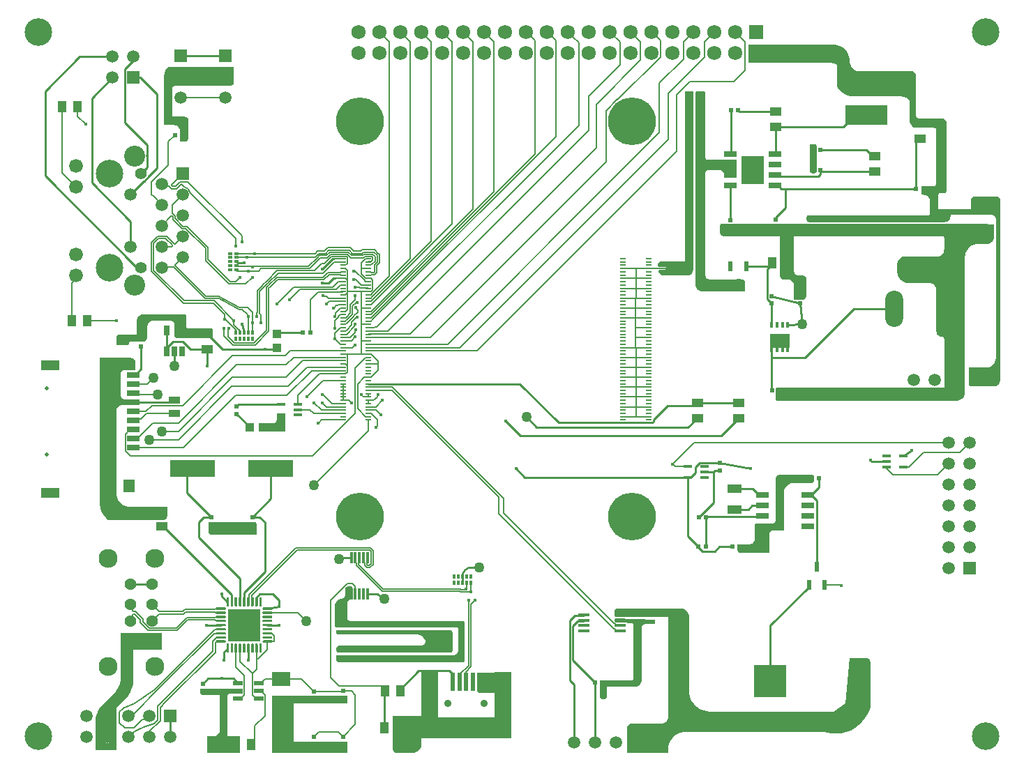
<source format=gtl>
G04*
G04 #@! TF.GenerationSoftware,Altium Limited,Altium Designer,25.2.1 (25)*
G04*
G04 Layer_Physical_Order=1*
G04 Layer_Color=255*
%FSLAX43Y43*%
%MOMM*%
G71*
G04*
G04 #@! TF.SameCoordinates,0A798D29-7D92-4AD3-8B22-41AEFD2D755B*
G04*
G04*
G04 #@! TF.FilePolarity,Positive*
G04*
G01*
G75*
%ADD10C,0.254*%
%ADD16R,0.300X0.550*%
%ADD17R,0.400X0.550*%
%ADD18R,0.550X0.300*%
%ADD19R,0.550X0.400*%
%ADD20R,0.600X0.530*%
%ADD21R,0.530X0.600*%
%ADD22R,0.700X0.200*%
%ADD23R,1.270X5.080*%
%ADD24R,2.200X1.200*%
%ADD25R,1.400X1.600*%
%ADD26R,1.600X0.700*%
%ADD27R,1.400X1.200*%
%ADD28R,1.000X1.420*%
%ADD29R,0.490X0.600*%
%ADD30R,0.300X1.400*%
%ADD31R,2.210X1.790*%
%ADD32R,1.150X0.600*%
%ADD33R,1.000X0.400*%
%ADD34R,0.600X0.490*%
%ADD35R,0.420X0.700*%
%ADD36R,0.420X0.540*%
%ADD37R,2.370X1.710*%
%ADD38R,5.500X2.000*%
%ADD39R,1.420X1.000*%
%ADD40R,1.450X0.450*%
%ADD41R,0.600X1.150*%
G04:AMPARAMS|DCode=42|XSize=3.85mm|YSize=3.85mm|CornerRadius=0mm|HoleSize=0mm|Usage=FLASHONLY|Rotation=90.000|XOffset=0mm|YOffset=0mm|HoleType=Round|Shape=RoundedRectangle|*
%AMROUNDEDRECTD42*
21,1,3.850,3.850,0,0,90.0*
21,1,3.850,3.850,0,0,90.0*
1,1,0.000,1.925,1.925*
1,1,0.000,1.925,-1.925*
1,1,0.000,-1.925,-1.925*
1,1,0.000,-1.925,1.925*
%
%ADD42ROUNDEDRECTD42*%
%ADD43C,0.300*%
%ADD44R,0.500X2.300*%
%ADD45R,2.000X2.500*%
%ADD46R,1.800X1.000*%
%ADD47R,2.710X3.350*%
%ADD48R,1.525X0.650*%
%ADD49R,0.600X1.250*%
%ADD50R,5.100X2.350*%
%ADD51R,1.000X1.100*%
%ADD52R,1.100X1.000*%
%ADD53R,1.470X0.970*%
%ADD54R,0.650X1.250*%
%ADD55R,1.550X0.700*%
%ADD118C,0.170*%
%ADD119C,0.148*%
%ADD120R,3.960X3.960*%
%ADD121C,5.800*%
%ADD122C,1.428*%
%ADD123C,2.300*%
%ADD124C,0.500*%
%ADD125R,1.500X1.500*%
%ADD126C,1.500*%
%ADD127C,3.350*%
%ADD128C,2.550*%
%ADD129R,1.508X1.508*%
%ADD130C,1.508*%
%ADD131C,1.408*%
%ADD132C,1.680*%
%ADD133R,1.500X1.500*%
%ADD134R,1.725X1.725*%
%ADD135C,1.725*%
%ADD136C,0.900*%
%ADD137O,2.200X4.400*%
%ADD138O,4.000X2.000*%
%ADD139O,2.000X4.000*%
%ADD140C,0.400*%
%ADD141C,1.270*%
G36*
X66750Y117250D02*
X66691Y117191D01*
X66551Y117097D01*
X66395Y117033D01*
X66231Y117000D01*
X66146Y117000D01*
X59854D01*
X59770Y116996D01*
X59606Y116963D01*
X59451Y116899D01*
X59312Y116806D01*
X59250Y116750D01*
Y113250D01*
X60646Y113250D01*
X60731Y113250D01*
X60895Y113217D01*
X61051Y113153D01*
X61124Y113104D01*
X61250Y113000D01*
X61250Y112834D01*
X61250Y110750D01*
X61250Y110691D01*
X61227Y110574D01*
X61181Y110464D01*
X61115Y110365D01*
X61073Y110323D01*
X61000Y110250D01*
X60250D01*
X60250Y111396D01*
X60246Y111480D01*
X60213Y111644D01*
X60149Y111799D01*
X60056Y111938D01*
X60000Y112000D01*
X59938Y112056D01*
X59799Y112149D01*
X59644Y112213D01*
X59553Y112231D01*
X59480Y112246D01*
X59396Y112250D01*
X59396Y112250D01*
X59396Y112250D01*
X59396Y112250D01*
X58250D01*
Y118043D01*
Y118211D01*
X58316Y118541D01*
X58444Y118852D01*
X58631Y119131D01*
X58750Y119250D01*
X66750Y119250D01*
X66750Y117250D01*
D02*
G37*
G36*
X137465Y109820D02*
X137507Y109758D01*
X137518Y109732D01*
X137550Y109578D01*
X137550Y109577D01*
X137550Y109577D01*
X137550Y109577D01*
X137550Y106739D01*
X137550Y106677D01*
X137511Y106561D01*
X137438Y106464D01*
X137337Y106394D01*
X137279Y106377D01*
X137218Y106359D01*
X137092Y106351D01*
X136968Y106370D01*
X136850Y106415D01*
X136777Y106464D01*
X136769Y106472D01*
X136689Y106609D01*
Y109847D01*
X137439Y109847D01*
X137465Y109820D01*
D02*
G37*
G36*
X124000Y116242D02*
Y108250D01*
X124005Y108201D01*
X124042Y108111D01*
X124111Y108042D01*
X124201Y108005D01*
X124250Y108000D01*
X127789D01*
Y105831D01*
X126265D01*
Y106235D01*
X126255Y106336D01*
X126178Y106521D01*
X126036Y106663D01*
X125850Y106740D01*
X125750Y106750D01*
X124250D01*
X124201Y106745D01*
X124111Y106708D01*
X124042Y106639D01*
X124005Y106549D01*
X124000Y106500D01*
Y94000D01*
X124010Y93902D01*
X124084Y93722D01*
X124222Y93584D01*
X124402Y93510D01*
X124500Y93500D01*
X128550D01*
X128642Y93462D01*
X128712Y93392D01*
X128750Y93300D01*
Y92000D01*
X123750D01*
X123652Y92000D01*
X123458Y92038D01*
X123276Y92114D01*
X123113Y92223D01*
X122973Y92363D01*
X122864Y92526D01*
X122788Y92708D01*
X122750Y92902D01*
X122750Y93000D01*
Y116219D01*
X122831Y116362D01*
X123880Y116362D01*
X124000Y116242D01*
D02*
G37*
G36*
X140083Y121923D02*
X140447Y121772D01*
X140775Y121553D01*
X141053Y121275D01*
X141272Y120947D01*
X141423Y120583D01*
X141500Y120197D01*
Y120000D01*
X141506Y119877D01*
X141554Y119637D01*
X141648Y119411D01*
X141784Y119207D01*
X141957Y119034D01*
X142161Y118898D01*
X142387Y118804D01*
X142627Y118756D01*
X142750Y118750D01*
X149099D01*
X149283Y118674D01*
X149424Y118533D01*
X149500Y118349D01*
Y118250D01*
Y113500D01*
X149510Y113402D01*
X149584Y113222D01*
X149722Y113084D01*
X149902Y113010D01*
X150000Y113000D01*
X152849D01*
X153033Y112924D01*
X153174Y112783D01*
X153250Y112599D01*
Y112500D01*
Y104250D01*
Y104200D01*
X153212Y104108D01*
X153142Y104038D01*
X153050Y104000D01*
X152500D01*
X152451Y103995D01*
X152361Y103958D01*
X152292Y103889D01*
X152255Y103799D01*
X152250Y103750D01*
Y102000D01*
X156000D01*
X156049Y102005D01*
X156139Y102042D01*
X156208Y102111D01*
X156245Y102201D01*
X156250Y102250D01*
Y103300D01*
X156288Y103392D01*
X156358Y103462D01*
X156450Y103500D01*
X159550D01*
X159642Y103462D01*
X159712Y103392D01*
X159750Y103300D01*
Y103250D01*
Y81250D01*
Y81178D01*
X159722Y81035D01*
X159666Y80901D01*
X159586Y80781D01*
X159483Y80678D01*
X159363Y80598D01*
X159229Y80542D01*
X159086Y80514D01*
X156115D01*
X156062Y80536D01*
X156022Y80576D01*
X156000Y80629D01*
Y82750D01*
X158000D01*
X158123Y82756D01*
X158363Y82804D01*
X158589Y82898D01*
X158793Y83034D01*
X158966Y83207D01*
X159102Y83411D01*
X159196Y83637D01*
X159244Y83877D01*
X159250Y84000D01*
Y100750D01*
X159239Y100862D01*
X159153Y101068D01*
X158995Y101226D01*
X158789Y101312D01*
X158677Y101323D01*
X153823D01*
X153809Y101322D01*
X153782Y101311D01*
X153762Y101291D01*
X153751Y101264D01*
X153750Y101250D01*
Y101168D01*
X153718Y101008D01*
X153656Y100857D01*
X153565Y100721D01*
X153449Y100605D01*
X153313Y100514D01*
X153162Y100452D01*
X153002Y100420D01*
X136595D01*
X136437Y100486D01*
X136316Y100607D01*
X136250Y100765D01*
Y101050D01*
X136288Y101142D01*
X136358Y101212D01*
X136450Y101250D01*
X151000D01*
X151049Y101255D01*
X151139Y101292D01*
X151208Y101361D01*
X151245Y101451D01*
X151250Y101500D01*
Y103000D01*
X151246Y103074D01*
X151218Y103218D01*
X151161Y103354D01*
X151080Y103476D01*
X150976Y103580D01*
X150854Y103661D01*
X150718Y103718D01*
X150574Y103746D01*
X150500Y103750D01*
X150435D01*
X150314Y103800D01*
X150222Y103892D01*
X150172Y104013D01*
Y104800D01*
X151646D01*
X151679Y104793D01*
X151710Y104781D01*
X151738Y104762D01*
X151750Y104750D01*
X151823Y104823D01*
X151863Y104867D01*
X151929Y104965D01*
X151974Y105075D01*
X151997Y105191D01*
X152000Y105250D01*
Y111750D01*
X152000Y111750D01*
X151954Y111792D01*
X151851Y111860D01*
X151737Y111908D01*
X151615Y111932D01*
X151553Y111935D01*
X149290D01*
X149121Y112104D01*
X149121D01*
X149033Y112192D01*
X148894Y112400D01*
X148799Y112630D01*
X148750Y112875D01*
Y115250D01*
X148750Y115250D01*
X148626Y115363D01*
X148348Y115548D01*
X148038Y115676D01*
X147710Y115742D01*
X147543Y115750D01*
X141539D01*
X141209Y115816D01*
X140898Y115944D01*
X140619Y116131D01*
X140177Y116573D01*
Y116573D01*
X140077Y116702D01*
X140069Y116714D01*
X140023Y116824D01*
X140000Y116941D01*
Y119500D01*
X140000Y119500D01*
X139938Y119556D01*
X139799Y119649D01*
X139644Y119713D01*
X139480Y119746D01*
X139396Y119750D01*
X129250D01*
Y122000D01*
X139697D01*
X140083Y121923D01*
D02*
G37*
G36*
X158176Y100242D02*
X158383Y100177D01*
X158571Y100070D01*
X158734Y99927D01*
X158863Y99753D01*
X158953Y99555D01*
X159000Y99344D01*
X159002Y99235D01*
X159002Y98500D01*
X159002Y98500D01*
X158982Y98423D01*
X158920Y98277D01*
X158835Y98143D01*
X158730Y98025D01*
X158608Y97924D01*
X158471Y97844D01*
X158323Y97787D01*
X158168Y97754D01*
X158089Y97750D01*
X157000Y97750D01*
X157000Y97750D01*
X156853Y97743D01*
X156565Y97685D01*
X156293Y97573D01*
X156048Y97409D01*
X155840Y97202D01*
X155677Y96957D01*
X155565Y96685D01*
X155507Y96397D01*
X155500Y96250D01*
Y79750D01*
Y79651D01*
X155462Y79458D01*
X155386Y79276D01*
X155277Y79113D01*
X155137Y78973D01*
X154974Y78864D01*
X154792Y78788D01*
X154598Y78750D01*
X132700D01*
X132608Y78788D01*
X132538Y78858D01*
X132500Y78950D01*
X132500Y80080D01*
X132500Y80250D01*
X132649Y80300D01*
X132735D01*
X152800D01*
X152839Y80304D01*
X152911Y80334D01*
X152966Y80389D01*
X152996Y80461D01*
X153000Y80500D01*
X153000Y86250D01*
X153000Y86250D01*
X153000Y86250D01*
X152995Y86299D01*
X152958Y86389D01*
X152958Y86389D01*
X152945Y86402D01*
X152889Y86458D01*
X152799Y86495D01*
X152750Y86500D01*
X152676D01*
X152531Y86529D01*
X152395Y86585D01*
X152272Y86667D01*
X152167Y86772D01*
X152085Y86895D01*
X152029Y87031D01*
X152000Y87176D01*
Y92250D01*
X151996Y92324D01*
X151968Y92468D01*
X151911Y92604D01*
X151830Y92726D01*
X151726Y92830D01*
X151604Y92911D01*
X151468Y92968D01*
X151324Y92996D01*
X151250Y93000D01*
X148602D01*
X148312Y93058D01*
X148039Y93171D01*
X147794Y93335D01*
X147585Y93544D01*
X147421Y93789D01*
X147308Y94062D01*
X147250Y94352D01*
Y95348D01*
X147288Y95542D01*
X147364Y95724D01*
X147473Y95887D01*
X147613Y96027D01*
X147776Y96136D01*
X147958Y96212D01*
X148152Y96250D01*
X152000D01*
X152098Y96255D01*
X152290Y96293D01*
X152471Y96368D01*
X152634Y96477D01*
X152773Y96616D01*
X152882Y96779D01*
X152957Y96960D01*
X152995Y97152D01*
X153000Y97250D01*
X153000Y98500D01*
X153000Y98500D01*
X153000Y98500D01*
X152995Y98549D01*
X152958Y98639D01*
X152958Y98639D01*
X152945Y98652D01*
X152889Y98708D01*
X152799Y98745D01*
X152750Y98750D01*
X134750Y98750D01*
Y94500D01*
X134760Y94402D01*
X134834Y94222D01*
X134972Y94084D01*
X135152Y94010D01*
X135250Y94000D01*
X135849D01*
X136033Y93924D01*
X136174Y93783D01*
X136250Y93599D01*
Y91401D01*
X136174Y91217D01*
X136033Y91076D01*
X135849Y91000D01*
X134750D01*
Y92750D01*
X134750D01*
X134750Y92750D01*
X134750Y92750D01*
X134746Y92824D01*
X134718Y92968D01*
X134661Y93104D01*
X134580Y93226D01*
X134476Y93330D01*
X134354Y93411D01*
X134218Y93468D01*
X134074Y93496D01*
X134000Y93500D01*
X133401Y93500D01*
X133217Y93576D01*
X133076Y93717D01*
X133000Y93901D01*
Y94000D01*
Y98750D01*
X126250Y98750D01*
X126151D01*
X125967Y98826D01*
X125826Y98967D01*
X125750Y99151D01*
Y100050D01*
X125788Y100142D01*
X125858Y100212D01*
X125950Y100250D01*
X157852D01*
X157852Y100250D01*
X157852Y100250D01*
X158019Y100257D01*
X158176Y100242D01*
D02*
G37*
G36*
X122487Y95696D02*
X122500Y94750D01*
X122525Y94626D01*
X122476Y94377D01*
X122335Y94166D01*
X122152Y94043D01*
X122000Y94000D01*
Y94000D01*
X118750Y94000D01*
X118630Y94029D01*
X118431Y94175D01*
X118304Y94386D01*
X118289Y94482D01*
X118400Y94611D01*
X119624D01*
X119678Y94576D01*
X119750Y94561D01*
X119822Y94576D01*
X119883Y94617D01*
X119924Y94678D01*
X119939Y94750D01*
X119924Y94822D01*
X119883Y94883D01*
X119833Y94933D01*
X119772Y94974D01*
X119700Y94989D01*
X118326D01*
X118191Y95154D01*
X118193Y95202D01*
X118223Y95333D01*
X118278Y95457D01*
X118356Y95567D01*
X118454Y95660D01*
X118511Y95696D01*
X118511Y95696D01*
X121500Y95696D01*
Y116362D01*
X122487D01*
Y95696D01*
D02*
G37*
G36*
X60892Y89212D02*
X60962Y89142D01*
X61000Y89050D01*
Y87750D01*
X61005Y87701D01*
X61042Y87611D01*
X61111Y87542D01*
X61201Y87505D01*
X61250Y87500D01*
X64106D01*
X64154Y87480D01*
X64190Y87444D01*
X64210Y87396D01*
Y86709D01*
X64053Y86644D01*
X63664Y87034D01*
X63589Y87084D01*
X63500Y87101D01*
X63411Y87084D01*
X63336Y87034D01*
X63286Y86959D01*
X63269Y86870D01*
X63286Y86781D01*
X63336Y86706D01*
X63516Y86527D01*
X63451Y86370D01*
X59804D01*
X59665Y86428D01*
X59558Y86535D01*
X59500Y86674D01*
Y88000D01*
X59490Y88098D01*
X59416Y88278D01*
X59278Y88416D01*
X59098Y88490D01*
X59000Y88500D01*
X57000D01*
X56926Y88496D01*
X56782Y88468D01*
X56646Y88411D01*
X56524Y88330D01*
X56420Y88226D01*
X56339Y88104D01*
X56282Y87968D01*
X56254Y87824D01*
X56250Y87750D01*
Y86322D01*
X56181Y86157D01*
X56055Y86031D01*
X55890Y85962D01*
X54212D01*
X54171Y85958D01*
X54094Y85926D01*
X54036Y85868D01*
X54004Y85791D01*
X54000Y85750D01*
Y85700D01*
X53962Y85608D01*
X53892Y85538D01*
X53800Y85500D01*
X52500D01*
Y86550D01*
X52538Y86642D01*
X52608Y86712D01*
X52700Y86750D01*
X54750D01*
X54799Y86755D01*
X54889Y86792D01*
X54958Y86861D01*
X54995Y86951D01*
X55000Y87000D01*
Y88574D01*
X55029Y88719D01*
X55085Y88855D01*
X55167Y88978D01*
X55272Y89083D01*
X55395Y89165D01*
X55531Y89221D01*
X55676Y89250D01*
X60800D01*
X60892Y89212D01*
D02*
G37*
G36*
X53869Y84000D02*
X53869Y84000D01*
X53869D01*
X54028Y83993D01*
X54232Y83952D01*
X54459Y83858D01*
X54663Y83722D01*
X54750Y83635D01*
X54750Y82435D01*
X53350D01*
X53282Y82428D01*
X53156Y82376D01*
X53059Y82279D01*
X53007Y82153D01*
X53000Y82085D01*
Y79500D01*
X53012Y79380D01*
X53104Y79158D01*
X53273Y78989D01*
X53495Y78897D01*
X53615Y78885D01*
X54359D01*
X54411Y78715D01*
X54386Y78699D01*
X54336Y78624D01*
X54319Y78535D01*
X54336Y78446D01*
X54354Y78420D01*
X54291Y78264D01*
X54279Y78250D01*
X53250Y78250D01*
X53250Y78250D01*
X53176Y78246D01*
X53032Y78218D01*
X52896Y78161D01*
X52774Y78080D01*
X52670Y77976D01*
X52589Y77854D01*
X52532Y77718D01*
X52504Y77574D01*
X52500Y77500D01*
Y67500D01*
X52508Y67340D01*
X52570Y67027D01*
X52692Y66732D01*
X52870Y66466D01*
X53096Y66240D01*
X53362Y66062D01*
X53657Y65940D01*
X53970Y65878D01*
X54130Y65870D01*
X58710D01*
Y64747D01*
X58616Y64519D01*
X58441Y64344D01*
X58213Y64250D01*
X51500D01*
X51373Y64355D01*
X51206Y64516D01*
X51035Y64718D01*
X50885Y64936D01*
X50757Y65167D01*
X50652Y65410D01*
X50571Y65662D01*
X50515Y65921D01*
X50500Y66052D01*
Y84000D01*
X53869D01*
X53869Y84000D01*
D02*
G37*
G36*
X73000Y75250D02*
Y75200D01*
X72962Y75108D01*
X72892Y75038D01*
X72800Y75000D01*
X69800D01*
Y76000D01*
X71500D01*
X71598Y76010D01*
X71778Y76084D01*
X71916Y76222D01*
X71990Y76402D01*
X72000Y76500D01*
Y77200D01*
X73000D01*
Y75250D01*
D02*
G37*
G36*
X69413Y63987D02*
X69470Y63930D01*
X69500Y63857D01*
Y63817D01*
Y62500D01*
X63940D01*
X63830Y62546D01*
X63746Y62630D01*
X63700Y62740D01*
Y62800D01*
Y64017D01*
X69340D01*
X69413Y63987D01*
D02*
G37*
G36*
X136987Y69734D02*
X137064Y69702D01*
X137134Y69655D01*
X137163Y69626D01*
X137163Y69026D01*
Y68971D01*
X137121Y68870D01*
X137043Y68792D01*
X136942Y68750D01*
X134750D01*
X134627Y68744D01*
X134387Y68696D01*
X134161Y68602D01*
X133957Y68466D01*
X133784Y68293D01*
X133648Y68089D01*
X133554Y67863D01*
X133506Y67623D01*
X133500Y67500D01*
Y63000D01*
X132354D01*
X132270Y62996D01*
X132106Y62963D01*
X131951Y62899D01*
X131812Y62806D01*
X131750Y62750D01*
X131750Y60250D01*
X128169D01*
X128020Y60312D01*
X127906Y60426D01*
X127844Y60575D01*
Y60656D01*
Y61300D01*
X129300D01*
X129369Y61303D01*
X129503Y61330D01*
X129630Y61383D01*
X129744Y61459D01*
X129841Y61556D01*
X129917Y61670D01*
X129970Y61797D01*
X129997Y61931D01*
X130000Y62000D01*
Y63682D01*
Y63712D01*
X130023Y63768D01*
X130066Y63811D01*
X130122Y63834D01*
X132084D01*
X132165Y63842D01*
X132315Y63904D01*
X132430Y64019D01*
X132492Y64169D01*
X132500Y64250D01*
Y69250D01*
Y69349D01*
X132576Y69533D01*
X132717Y69674D01*
X132901Y69750D01*
X136905D01*
X136987Y69734D01*
D02*
G37*
G36*
X80685Y56185D02*
X81002Y56185D01*
X81070Y56157D01*
X81122Y56105D01*
X81150Y56037D01*
X81150Y54750D01*
X81150Y54750D01*
X81150Y54711D01*
X81114Y54641D01*
X81050Y54595D01*
X80972Y54585D01*
X80935Y54598D01*
X80935Y54598D01*
X80856Y54582D01*
X80711Y54512D01*
X80598Y54399D01*
X80528Y54254D01*
X80512Y54176D01*
X80512D01*
X80530Y53961D01*
X80547Y53530D01*
X80547Y53098D01*
X80530Y52668D01*
X80512Y52453D01*
X80508Y52356D01*
X80569Y52175D01*
X80708Y52043D01*
X80893Y51991D01*
X80989Y52000D01*
X94550D01*
X94642Y51962D01*
X94712Y51892D01*
X94750Y51800D01*
Y47200D01*
X94712Y47108D01*
X94642Y47038D01*
X94550Y47000D01*
X79498D01*
X79498Y47000D01*
X79439Y47000D01*
X79329Y47045D01*
X79245Y47129D01*
X79200Y47239D01*
X79200Y47298D01*
Y47828D01*
X93300D01*
X93369Y47831D01*
X93503Y47858D01*
X93630Y47911D01*
X93744Y47987D01*
X93841Y48084D01*
X93917Y48198D01*
X93970Y48325D01*
X93997Y48459D01*
X94000Y48528D01*
Y51000D01*
X93995Y51046D01*
X93960Y51131D01*
X93896Y51195D01*
X93811Y51230D01*
X93765Y51235D01*
X79160D01*
X79087Y51265D01*
X79030Y51322D01*
X79000Y51395D01*
Y53750D01*
X79000Y53830D01*
X79025Y53987D01*
X79075Y54138D01*
X79148Y54280D01*
X79243Y54408D01*
X79357Y54520D01*
X79487Y54612D01*
X79630Y54682D01*
X79706Y54706D01*
X79812Y54716D01*
X80008Y54797D01*
X80158Y54948D01*
X80240Y55144D01*
X80250Y55250D01*
X80250Y55750D01*
X80250Y55750D01*
X80279Y55908D01*
X80316Y55996D01*
X80439Y56119D01*
X80598Y56185D01*
X80685Y56185D01*
D02*
G37*
G36*
X70151Y53875D02*
X70146Y53836D01*
X70131Y53799D01*
X70107Y53768D01*
X70076Y53744D01*
X70039Y53729D01*
X70000Y53724D01*
X69961Y53729D01*
X69924Y53744D01*
X69893Y53768D01*
X69869Y53799D01*
X69854Y53836D01*
X69849Y53875D01*
X69850D01*
Y54875D01*
X70150D01*
X70151Y53875D01*
D02*
G37*
G36*
X69651D02*
X69646Y53836D01*
X69631Y53799D01*
X69607Y53768D01*
X69576Y53744D01*
X69539Y53729D01*
X69500Y53724D01*
X69461Y53729D01*
X69424Y53744D01*
X69393Y53768D01*
X69369Y53799D01*
X69354Y53836D01*
X69349Y53875D01*
X69350D01*
Y54875D01*
X69650D01*
X69651Y53875D01*
D02*
G37*
G36*
X69151D02*
X69146Y53836D01*
X69131Y53799D01*
X69107Y53768D01*
X69076Y53744D01*
X69039Y53729D01*
X69000Y53724D01*
X68961Y53729D01*
X68924Y53744D01*
X68893Y53768D01*
X68869Y53799D01*
X68854Y53836D01*
X68849Y53875D01*
X68850D01*
Y54875D01*
X69150D01*
X69151Y53875D01*
D02*
G37*
G36*
X68651D02*
X68646Y53836D01*
X68631Y53799D01*
X68607Y53768D01*
X68576Y53744D01*
X68539Y53729D01*
X68500Y53724D01*
X68461Y53729D01*
X68424Y53744D01*
X68393Y53768D01*
X68369Y53799D01*
X68354Y53836D01*
X68349Y53875D01*
X68350D01*
Y54875D01*
X68650D01*
X68651Y53875D01*
D02*
G37*
G36*
X68151D02*
X68146Y53836D01*
X68131Y53799D01*
X68107Y53768D01*
X68076Y53744D01*
X68039Y53729D01*
X68000Y53724D01*
X67961Y53729D01*
X67924Y53744D01*
X67893Y53768D01*
X67869Y53799D01*
X67854Y53836D01*
X67849Y53875D01*
X67850D01*
Y54875D01*
X68150D01*
X68151Y53875D01*
D02*
G37*
G36*
X67651D02*
X67646Y53836D01*
X67631Y53799D01*
X67607Y53768D01*
X67576Y53744D01*
X67539Y53729D01*
X67500Y53724D01*
X67461Y53729D01*
X67424Y53744D01*
X67393Y53768D01*
X67369Y53799D01*
X67354Y53836D01*
X67349Y53875D01*
X67350D01*
Y54875D01*
X67650D01*
X67651Y53875D01*
D02*
G37*
G36*
X67151D02*
X67146Y53836D01*
X67131Y53799D01*
X67107Y53768D01*
X67076Y53744D01*
X67039Y53729D01*
X67000Y53724D01*
X66961Y53729D01*
X66924Y53744D01*
X66893Y53768D01*
X66869Y53799D01*
X66854Y53836D01*
X66849Y53875D01*
X66850D01*
Y54875D01*
X67150D01*
X67151Y53875D01*
D02*
G37*
G36*
X66651D02*
X66646Y53836D01*
X66631Y53799D01*
X66607Y53768D01*
X66576Y53744D01*
X66539Y53729D01*
X66500Y53724D01*
X66461Y53729D01*
X66424Y53744D01*
X66393Y53768D01*
X66369Y53799D01*
X66354Y53836D01*
X66349Y53875D01*
X66350D01*
Y54875D01*
X66650D01*
X66651Y53875D01*
D02*
G37*
G36*
X66151D02*
X66146Y53836D01*
X66131Y53799D01*
X66107Y53768D01*
X66076Y53744D01*
X66039Y53729D01*
X66000Y53724D01*
X65961Y53729D01*
X65924Y53744D01*
X65893Y53768D01*
X65869Y53799D01*
X65854Y53836D01*
X65849Y53875D01*
X65850D01*
Y54875D01*
X66150D01*
X66151Y53875D01*
D02*
G37*
G36*
X121292Y53462D02*
X121474Y53386D01*
X121637Y53277D01*
X121777Y53137D01*
X121886Y52974D01*
X121962Y52792D01*
X121988Y52658D01*
X122000Y52500D01*
Y52500D01*
X122000Y52500D01*
X122000Y52500D01*
Y43500D01*
X122012Y43255D01*
X122108Y42774D01*
X122295Y42321D01*
X122567Y41914D01*
X122914Y41567D01*
X123321Y41295D01*
X123774Y41108D01*
X124255Y41012D01*
X124500Y41000D01*
X139500D01*
X141000Y42000D01*
X141500Y47500D01*
X143500Y47500D01*
X143599Y47500D01*
X143783Y47424D01*
X143924Y47283D01*
X143977Y47156D01*
X144000Y47001D01*
Y47000D01*
X144000Y47000D01*
X144000Y47000D01*
X144000Y41500D01*
X143918Y41221D01*
X143683Y40690D01*
X143380Y40195D01*
X143016Y39743D01*
X142595Y39342D01*
X142126Y39000D01*
X141616Y38722D01*
X141075Y38513D01*
X140510Y38376D01*
X139933Y38314D01*
X139352Y38328D01*
X138779Y38418D01*
X138500Y38500D01*
Y38500D01*
X138333Y38500D01*
X138332Y38500D01*
X121500Y38500D01*
X121304Y38490D01*
X120919Y38414D01*
X120557Y38264D01*
X120231Y38046D01*
X119954Y37769D01*
X119736Y37443D01*
X119586Y37081D01*
X119510Y36696D01*
X119500Y36500D01*
Y36000D01*
X114500D01*
Y39000D01*
X114500Y39099D01*
X114576Y39283D01*
X114717Y39424D01*
X114901Y39500D01*
X115000Y39500D01*
X115000Y39500D01*
X118500D01*
X118598Y39505D01*
X118790Y39543D01*
X118971Y39618D01*
X119134Y39727D01*
X119273Y39866D01*
X119382Y40029D01*
X119457Y40210D01*
X119495Y40402D01*
X119500Y40500D01*
Y52500D01*
X113195D01*
X113145Y52500D01*
X113053Y52538D01*
X112983Y52608D01*
X112945Y52700D01*
X112945Y52750D01*
Y53353D01*
X113090Y53497D01*
X113097Y53500D01*
X121000Y53500D01*
X121098Y53500D01*
X121292Y53462D01*
D02*
G37*
G36*
X70375Y53650D02*
X71375D01*
Y53350D01*
X70375Y53349D01*
X70336Y53354D01*
X70299Y53369D01*
X70268Y53393D01*
X70244Y53424D01*
X70229Y53461D01*
X70224Y53500D01*
X70229Y53539D01*
X70244Y53576D01*
X70268Y53607D01*
X70299Y53631D01*
X70336Y53646D01*
X70375Y53651D01*
Y53650D01*
D02*
G37*
G36*
X65664Y53646D02*
X65701Y53631D01*
X65732Y53607D01*
X65756Y53576D01*
X65771Y53539D01*
X65776Y53500D01*
X65771Y53461D01*
X65756Y53424D01*
X65732Y53393D01*
X65701Y53369D01*
X65664Y53354D01*
X65625Y53349D01*
Y53350D01*
X64625D01*
Y53650D01*
X65625Y53651D01*
X65664Y53646D01*
D02*
G37*
G36*
X70375Y53150D02*
X71375D01*
Y52850D01*
X70375Y52849D01*
X70336Y52854D01*
X70299Y52869D01*
X70268Y52893D01*
X70244Y52924D01*
X70229Y52961D01*
X70224Y53000D01*
X70229Y53039D01*
X70244Y53076D01*
X70268Y53107D01*
X70299Y53131D01*
X70336Y53146D01*
X70375Y53151D01*
Y53150D01*
D02*
G37*
G36*
X65664Y53146D02*
X65701Y53131D01*
X65732Y53107D01*
X65756Y53076D01*
X65771Y53039D01*
X65776Y53000D01*
X65771Y52961D01*
X65756Y52924D01*
X65732Y52893D01*
X65701Y52869D01*
X65664Y52854D01*
X65625Y52849D01*
Y52850D01*
X64625D01*
Y53150D01*
X65625Y53151D01*
X65664Y53146D01*
D02*
G37*
G36*
X70375Y52650D02*
X71375D01*
Y52350D01*
X70375Y52349D01*
X70336Y52354D01*
X70299Y52369D01*
X70268Y52393D01*
X70244Y52424D01*
X70229Y52461D01*
X70224Y52500D01*
X70229Y52539D01*
X70244Y52576D01*
X70268Y52607D01*
X70299Y52631D01*
X70336Y52646D01*
X70375Y52651D01*
Y52650D01*
D02*
G37*
G36*
X65664Y52646D02*
X65701Y52631D01*
X65732Y52607D01*
X65756Y52576D01*
X65771Y52539D01*
X65776Y52500D01*
X65771Y52461D01*
X65756Y52424D01*
X65732Y52393D01*
X65701Y52369D01*
X65664Y52354D01*
X65625Y52349D01*
Y52350D01*
X64625D01*
Y52650D01*
X65625Y52651D01*
X65664Y52646D01*
D02*
G37*
G36*
X70375Y52150D02*
X71375D01*
Y51850D01*
X70375Y51849D01*
X70336Y51854D01*
X70299Y51869D01*
X70268Y51893D01*
X70244Y51924D01*
X70229Y51961D01*
X70224Y52000D01*
X70229Y52039D01*
X70244Y52076D01*
X70268Y52107D01*
X70299Y52131D01*
X70336Y52146D01*
X70375Y52151D01*
Y52150D01*
D02*
G37*
G36*
X65664Y52146D02*
X65701Y52131D01*
X65732Y52107D01*
X65756Y52076D01*
X65771Y52039D01*
X65776Y52000D01*
X65771Y51961D01*
X65756Y51924D01*
X65732Y51893D01*
X65701Y51869D01*
X65664Y51854D01*
X65625Y51849D01*
Y51850D01*
X64625D01*
Y52150D01*
X65625Y52151D01*
X65664Y52146D01*
D02*
G37*
G36*
X70375Y51650D02*
X71375D01*
Y51350D01*
X70375Y51349D01*
X70336Y51354D01*
X70299Y51369D01*
X70268Y51393D01*
X70244Y51424D01*
X70229Y51461D01*
X70224Y51500D01*
X70229Y51539D01*
X70244Y51576D01*
X70268Y51607D01*
X70299Y51631D01*
X70336Y51646D01*
X70375Y51651D01*
Y51650D01*
D02*
G37*
G36*
X65664Y51646D02*
X65701Y51631D01*
X65732Y51607D01*
X65756Y51576D01*
X65771Y51539D01*
X65776Y51500D01*
X65771Y51461D01*
X65756Y51424D01*
X65732Y51393D01*
X65701Y51369D01*
X65664Y51354D01*
X65625Y51349D01*
Y51350D01*
X64625D01*
Y51650D01*
X65625Y51651D01*
X65664Y51646D01*
D02*
G37*
G36*
X70375Y51150D02*
X71375D01*
Y50850D01*
X70375Y50849D01*
X70336Y50854D01*
X70299Y50869D01*
X70268Y50893D01*
X70244Y50924D01*
X70229Y50961D01*
X70224Y51000D01*
X70229Y51039D01*
X70244Y51076D01*
X70268Y51107D01*
X70299Y51131D01*
X70336Y51146D01*
X70375Y51151D01*
Y51150D01*
D02*
G37*
G36*
X65664Y51146D02*
X65701Y51131D01*
X65732Y51107D01*
X65756Y51076D01*
X65771Y51039D01*
X65776Y51000D01*
X65771Y50961D01*
X65756Y50924D01*
X65732Y50893D01*
X65701Y50869D01*
X65664Y50854D01*
X65625Y50849D01*
Y50850D01*
X64625D01*
Y51150D01*
X65625Y51151D01*
X65664Y51146D01*
D02*
G37*
G36*
X70375Y50650D02*
X71375D01*
Y50350D01*
X70375Y50349D01*
X70336Y50354D01*
X70299Y50369D01*
X70268Y50393D01*
X70244Y50424D01*
X70229Y50461D01*
X70224Y50500D01*
X70229Y50539D01*
X70244Y50576D01*
X70268Y50607D01*
X70299Y50631D01*
X70336Y50646D01*
X70375Y50651D01*
Y50650D01*
D02*
G37*
G36*
X65664Y50646D02*
X65701Y50631D01*
X65732Y50607D01*
X65756Y50576D01*
X65771Y50539D01*
X65776Y50500D01*
X65771Y50461D01*
X65756Y50424D01*
X65732Y50393D01*
X65701Y50369D01*
X65664Y50354D01*
X65625Y50349D01*
Y50350D01*
X64625D01*
Y50650D01*
X65625Y50651D01*
X65664Y50646D01*
D02*
G37*
G36*
X70375Y50150D02*
X71375D01*
Y49850D01*
X70375Y49849D01*
X70336Y49854D01*
X70299Y49869D01*
X70268Y49893D01*
X70244Y49924D01*
X70229Y49961D01*
X70224Y50000D01*
X70229Y50039D01*
X70244Y50076D01*
X70268Y50107D01*
X70299Y50131D01*
X70336Y50146D01*
X70375Y50151D01*
Y50150D01*
D02*
G37*
G36*
X65664Y50146D02*
X65701Y50131D01*
X65732Y50107D01*
X65756Y50076D01*
X65771Y50039D01*
X65776Y50000D01*
X65771Y49961D01*
X65756Y49924D01*
X65732Y49893D01*
X65701Y49869D01*
X65664Y49854D01*
X65625Y49849D01*
Y49850D01*
X64625D01*
Y50150D01*
X65625Y50151D01*
X65664Y50146D01*
D02*
G37*
G36*
X70375Y49650D02*
X71375D01*
Y49350D01*
X70375Y49349D01*
X70336Y49354D01*
X70299Y49369D01*
X70268Y49393D01*
X70244Y49424D01*
X70229Y49461D01*
X70224Y49500D01*
X70229Y49539D01*
X70244Y49576D01*
X70268Y49607D01*
X70299Y49631D01*
X70336Y49646D01*
X70375Y49651D01*
Y49650D01*
D02*
G37*
G36*
X65664Y49646D02*
X65701Y49631D01*
X65732Y49607D01*
X65756Y49576D01*
X65771Y49539D01*
X65776Y49500D01*
X65771Y49461D01*
X65756Y49424D01*
X65732Y49393D01*
X65701Y49369D01*
X65664Y49354D01*
X65625Y49349D01*
Y49350D01*
X64625D01*
Y49650D01*
X65625Y49651D01*
X65664Y49646D01*
D02*
G37*
G36*
X92972Y50891D02*
X93037Y50891D01*
X93158Y50841D01*
X93250Y50749D01*
X93264Y50716D01*
X93300Y50563D01*
Y50563D01*
X93300Y50563D01*
X93300Y50563D01*
Y48412D01*
X93254Y48302D01*
X93170Y48218D01*
X93060Y48172D01*
X79412D01*
X79315Y48212D01*
X79240Y48287D01*
X79200Y48384D01*
Y48760D01*
X79246Y48870D01*
X79330Y48954D01*
X79440Y49000D01*
X79500D01*
X89500Y49000D01*
X89598Y49010D01*
X89778Y49084D01*
X89916Y49222D01*
X89990Y49402D01*
X90000Y49500D01*
X89978Y49600D01*
X89906Y49792D01*
X89798Y49966D01*
X89659Y50115D01*
X89492Y50235D01*
X89306Y50319D01*
X89106Y50366D01*
X88958Y50371D01*
X88902Y50373D01*
X88800Y50361D01*
X88800Y50361D01*
X88800Y50361D01*
X88800Y50361D01*
X79465Y50361D01*
X79412D01*
X79315Y50401D01*
X79240Y50476D01*
X79200Y50573D01*
Y50891D01*
X92972Y50891D01*
D02*
G37*
G36*
X70039Y49271D02*
X70076Y49256D01*
X70107Y49232D01*
X70131Y49201D01*
X70146Y49164D01*
X70151Y49125D01*
X70150D01*
Y48125D01*
X69850D01*
X69849Y49125D01*
X69854Y49164D01*
X69869Y49201D01*
X69893Y49232D01*
X69924Y49256D01*
X69961Y49271D01*
X70000Y49276D01*
X70039Y49271D01*
D02*
G37*
G36*
X69539D02*
X69576Y49256D01*
X69607Y49232D01*
X69631Y49201D01*
X69646Y49164D01*
X69651Y49125D01*
X69650D01*
Y48125D01*
X69350D01*
X69349Y49125D01*
X69354Y49164D01*
X69369Y49201D01*
X69393Y49232D01*
X69424Y49256D01*
X69461Y49271D01*
X69500Y49276D01*
X69539Y49271D01*
D02*
G37*
G36*
X69039D02*
X69076Y49256D01*
X69107Y49232D01*
X69131Y49201D01*
X69146Y49164D01*
X69151Y49125D01*
X69150D01*
Y48125D01*
X68850D01*
X68849Y49125D01*
X68854Y49164D01*
X68869Y49201D01*
X68893Y49232D01*
X68924Y49256D01*
X68961Y49271D01*
X69000Y49276D01*
X69039Y49271D01*
D02*
G37*
G36*
X68539D02*
X68576Y49256D01*
X68607Y49232D01*
X68631Y49201D01*
X68646Y49164D01*
X68651Y49125D01*
X68650D01*
Y48125D01*
X68350D01*
X68349Y49125D01*
X68354Y49164D01*
X68369Y49201D01*
X68393Y49232D01*
X68424Y49256D01*
X68461Y49271D01*
X68500Y49276D01*
X68539Y49271D01*
D02*
G37*
G36*
X68039D02*
X68076Y49256D01*
X68107Y49232D01*
X68131Y49201D01*
X68146Y49164D01*
X68151Y49125D01*
X68150D01*
Y48125D01*
X67850D01*
X67849Y49125D01*
X67854Y49164D01*
X67869Y49201D01*
X67893Y49232D01*
X67924Y49256D01*
X67961Y49271D01*
X68000Y49276D01*
X68039Y49271D01*
D02*
G37*
G36*
X67539D02*
X67576Y49256D01*
X67607Y49232D01*
X67631Y49201D01*
X67646Y49164D01*
X67651Y49125D01*
X67650D01*
Y48125D01*
X67350D01*
X67349Y49125D01*
X67354Y49164D01*
X67369Y49201D01*
X67393Y49232D01*
X67424Y49256D01*
X67461Y49271D01*
X67500Y49276D01*
X67539Y49271D01*
D02*
G37*
G36*
X67039D02*
X67076Y49256D01*
X67107Y49232D01*
X67131Y49201D01*
X67146Y49164D01*
X67151Y49125D01*
X67150D01*
Y48125D01*
X66850D01*
X66849Y49125D01*
X66854Y49164D01*
X66869Y49201D01*
X66893Y49232D01*
X66924Y49256D01*
X66961Y49271D01*
X67000Y49276D01*
X67039Y49271D01*
D02*
G37*
G36*
X66539D02*
X66576Y49256D01*
X66607Y49232D01*
X66631Y49201D01*
X66646Y49164D01*
X66651Y49125D01*
X66650D01*
Y48125D01*
X66350D01*
X66349Y49125D01*
X66354Y49164D01*
X66369Y49201D01*
X66393Y49232D01*
X66424Y49256D01*
X66461Y49271D01*
X66500Y49276D01*
X66539Y49271D01*
D02*
G37*
G36*
X66039D02*
X66076Y49256D01*
X66107Y49232D01*
X66131Y49201D01*
X66146Y49164D01*
X66151Y49125D01*
X66150D01*
Y48125D01*
X65850D01*
X65849Y49125D01*
X65854Y49164D01*
X65869Y49201D01*
X65893Y49232D01*
X65924Y49256D01*
X65961Y49271D01*
X66000Y49276D01*
X66039Y49271D01*
D02*
G37*
G36*
X117902Y52152D02*
Y51622D01*
X116622Y51622D01*
X116527Y51588D01*
X116367Y51469D01*
X116264Y51297D01*
X116245Y51168D01*
X116235Y51099D01*
X116250Y51000D01*
X116250Y51000D01*
X116250Y44800D01*
X116240Y44711D01*
X116186Y44541D01*
X116100Y44385D01*
X115985Y44249D01*
X115846Y44137D01*
X115688Y44055D01*
X115516Y44005D01*
X115339Y43990D01*
X115250Y44000D01*
X112000D01*
Y42750D01*
X111750Y42500D01*
X111443D01*
X111337Y42544D01*
X111256Y42625D01*
X111212Y42731D01*
Y42788D01*
Y44160D01*
X111212Y44160D01*
X111212Y44200D01*
Y44800D01*
X115050D01*
X115089Y44804D01*
X115161Y44834D01*
X115216Y44889D01*
X115246Y44961D01*
X115250Y45000D01*
X115250Y45000D01*
Y51500D01*
X115245Y51549D01*
X115208Y51639D01*
X115139Y51708D01*
X115049Y51745D01*
X115000Y51750D01*
X114495D01*
Y51775D01*
X113165D01*
X113097Y51803D01*
X112998Y51902D01*
X112945Y52030D01*
Y52203D01*
X113067Y52321D01*
X117902Y52152D01*
D02*
G37*
G36*
X100400Y37750D02*
X89500D01*
Y37000D01*
Y36902D01*
X89462Y36708D01*
X89386Y36526D01*
X89277Y36363D01*
X89137Y36223D01*
X88974Y36114D01*
X88792Y36038D01*
X88598Y36000D01*
X86401D01*
X86217Y36076D01*
X86076Y36217D01*
X86000Y36401D01*
Y36500D01*
Y40500D01*
X89500D01*
Y45746D01*
X91500D01*
Y40250D01*
X98400D01*
Y43250D01*
X96500D01*
X96300Y43450D01*
Y45750D01*
X100400D01*
Y37750D01*
D02*
G37*
G36*
X58000Y48500D02*
X54500D01*
Y44552D01*
X54500Y44552D01*
X54500Y44302D01*
X54402Y43811D01*
X54211Y43349D01*
X53933Y42933D01*
X53756Y42756D01*
X52500Y41500D01*
Y36270D01*
X50000D01*
Y39948D01*
X50000Y40198D01*
X50098Y40689D01*
X50289Y41151D01*
X50567Y41567D01*
X50744Y41744D01*
X52256Y43256D01*
X52256Y43256D01*
X52256Y43256D01*
X52423Y43441D01*
X52700Y43855D01*
X52891Y44315D01*
X52988Y44803D01*
X53000Y45052D01*
X53000Y48500D01*
Y50500D01*
X58000D01*
Y48500D01*
D02*
G37*
G36*
X80500Y42000D02*
X74000D01*
Y37328D01*
X80500D01*
Y36000D01*
X71395D01*
Y42891D01*
X80500D01*
Y42000D01*
D02*
G37*
G36*
X67790Y43765D02*
X67821Y43752D01*
Y43200D01*
X66200D01*
X66000Y43000D01*
Y38000D01*
X67500D01*
Y36000D01*
X63500D01*
Y38000D01*
X64500D01*
X65000Y38500D01*
Y43000D01*
X62935D01*
X62700Y43235D01*
Y43765D01*
X67790D01*
D02*
G37*
%LPC*%
G36*
X51420Y38191D02*
X51331Y38174D01*
X51256Y38124D01*
X51206Y38049D01*
X51189Y37960D01*
Y37380D01*
X51206Y37291D01*
X51256Y37216D01*
X51331Y37166D01*
X51420Y37149D01*
X51509Y37166D01*
X51584Y37216D01*
X51634Y37291D01*
X51651Y37380D01*
Y37960D01*
X51634Y38049D01*
X51584Y38124D01*
X51509Y38174D01*
X51420Y38191D01*
D02*
G37*
%LPD*%
D10*
X71850Y85000D02*
G03*
X72000Y85150I0J150D01*
G01*
X95615Y58500D02*
G03*
X94500Y57385I0J-1115D01*
G01*
X79700Y59700D02*
G03*
X79500Y59500I0J-200D01*
G01*
X56201Y108428D02*
G03*
X56201Y108542I-1501J57D01*
G01*
X84832Y54666D02*
X85000D01*
X84197Y55300D02*
X84832Y54666D01*
X83000Y55300D02*
X84197D01*
X127063Y108732D02*
Y114070D01*
X131985Y84000D02*
X136057D01*
X131985Y84000D02*
X131985Y84000D01*
X136057D02*
X141957Y89900D01*
X131985Y80141D02*
X132126Y80000D01*
X131985Y80141D02*
Y84000D01*
X131985D02*
Y84641D01*
X65250Y45000D02*
X66700D01*
X67250Y44450D01*
X63626Y45000D02*
X65250D01*
X125778Y71180D02*
X129500Y70500D01*
X148000Y72000D02*
X149000Y72750D01*
X103047Y69453D02*
X103047Y69453D01*
X101000Y70500D02*
X102047Y69453D01*
X103047D01*
X123146Y61000D02*
Y61055D01*
Y60945D02*
Y61000D01*
X103047Y69453D02*
X121873D01*
X102250Y76750D02*
X103500Y75500D01*
X121870D01*
X123000Y76630D01*
X117524Y76073D02*
X117657Y76206D01*
X106177Y76073D02*
X117524D01*
X83080Y80800D02*
X101450D01*
X106177Y76073D01*
X125870Y74500D02*
X128000Y76630D01*
X99750Y76250D02*
X101500Y74500D01*
X125870D01*
X119376Y78127D02*
X122627D01*
X117657Y76408D02*
X119376Y78127D01*
X117657Y76206D02*
Y76408D01*
X63500Y86870D02*
X65370Y85000D01*
X70500D01*
X71850D01*
X55500Y82581D02*
Y85293D01*
X68500Y47250D02*
Y48700D01*
X63450Y51440D02*
X63510Y51500D01*
X65200D01*
X65500Y47250D02*
Y48200D01*
X66000Y48700D01*
X65250Y55050D02*
Y55250D01*
Y55050D02*
X66000Y54300D01*
X69500Y54875D02*
X69875Y55250D01*
X71500D01*
X69500Y54300D02*
Y54875D01*
X71500Y55250D02*
X72250Y54500D01*
Y53750D02*
Y54500D01*
X70800Y53500D02*
X72250Y53750D01*
X70800Y51500D02*
X72250D01*
X135500Y90563D02*
X135750Y88000D01*
X133975Y87955D02*
X135750Y88000D01*
X132000Y91437D02*
X135500Y90563D01*
X137937Y106219D02*
Y106375D01*
X132586Y105973D02*
X137691D01*
X137937Y106375D02*
Y106750D01*
X137691Y105973D02*
X137937Y106219D01*
X137994Y106565D02*
X144500D01*
X132403Y106156D02*
X132586Y105973D01*
X95615Y58500D02*
X96500D01*
X94500Y56615D02*
Y57385D01*
X79700Y59700D02*
X81000D01*
X78250Y93000D02*
X78850Y93600D01*
X79100D01*
X77500Y93000D02*
X78250D01*
X78726Y95976D02*
X78926D01*
X77500Y94750D02*
X78726Y95976D01*
X67437Y95500D02*
X68000D01*
X67429Y95508D02*
X67437Y95500D01*
X67060Y95631D02*
X67183Y95508D01*
X67429D01*
X59500Y83000D02*
Y84750D01*
X67750Y88000D02*
X68000Y87000D01*
X54754Y81835D02*
X55500Y82581D01*
X62500Y64000D02*
X63126Y64626D01*
X64000D01*
X62500Y62126D02*
Y64000D01*
Y62126D02*
X67500Y57126D01*
X61095Y67531D02*
X64000Y64626D01*
X61095Y67531D02*
Y69845D01*
X69000Y64626D02*
X69874D01*
X70500Y57975D02*
Y64000D01*
X69874Y64626D02*
X70500Y64000D01*
X68000Y55475D02*
X70500Y57975D01*
X68000Y54300D02*
Y55475D01*
X51420Y37380D02*
Y37960D01*
X133700Y102157D02*
Y104500D01*
X132500Y100957D02*
X133700Y102157D01*
Y104500D02*
X149563D01*
X63500Y83000D02*
Y85000D01*
X67100Y78057D02*
X67343Y78300D01*
X72500D01*
X68650Y75500D02*
Y75593D01*
X67100Y77143D02*
X68650Y75593D01*
X56411Y106011D02*
X57400Y107000D01*
X55400Y118000D02*
X57400Y116000D01*
X54540Y118000D02*
X55400D01*
X57400Y107000D02*
Y116000D01*
X56201Y107071D02*
Y108428D01*
X53500Y112512D02*
Y119000D01*
Y112512D02*
X56200Y109812D01*
X56200Y109573D02*
X56200Y109573D01*
X55480Y106350D02*
X56201Y107071D01*
X56200Y109573D02*
X56201Y108542D01*
X56200Y109573D02*
Y109573D01*
X56200Y109573D02*
Y109812D01*
X53500Y119000D02*
X54540Y120040D01*
X49500Y105200D02*
X54210Y100490D01*
X49500Y105200D02*
Y107100D01*
X54540Y120040D02*
Y120540D01*
X49500Y115500D02*
X52000Y118000D01*
X49500Y107100D02*
Y115500D01*
X43827Y106084D02*
Y106828D01*
X54991Y94920D02*
Y94920D01*
Y94920D02*
X55480Y94920D01*
X43827Y106084D02*
X54991Y94920D01*
X43827Y116327D02*
X48040Y120540D01*
X43827Y106828D02*
Y116327D01*
X48040Y120540D02*
X52000D01*
X54210Y97460D02*
Y100490D01*
X63000Y44374D02*
X63626Y45000D01*
X122762Y70664D02*
X123279Y71180D01*
X125778D01*
X122762Y70042D02*
Y70664D01*
X144150Y71350D02*
X146000D01*
X144000Y71500D02*
X144150Y71350D01*
X59205Y78535D02*
X59500Y78830D01*
X54550Y78535D02*
X59205D01*
X54210Y103810D02*
X55819Y105419D01*
X55866D01*
X56411Y105964D01*
Y106011D01*
X60289Y120631D02*
X65750D01*
X72000Y86850D02*
X72150Y87000D01*
X75086D01*
X59346Y85895D02*
X60566D01*
X58758Y85307D02*
X59346Y85895D01*
X58758Y85248D02*
Y85307D01*
X58560Y85050D02*
X58758Y85248D01*
X60566Y85895D02*
X61461Y85000D01*
X58560Y84750D02*
Y85050D01*
X54550Y81835D02*
X54754D01*
X61461Y85000D02*
X63500D01*
X58560Y85050D02*
Y87250D01*
X59040Y37960D02*
Y40500D01*
X54210Y56500D02*
X56830D01*
X128000Y78500D02*
X128000Y78500D01*
X123000Y78500D02*
X128000D01*
X122627Y78127D02*
X123000Y78500D01*
X122173Y69453D02*
X122762Y70042D01*
X121873Y69453D02*
X122173D01*
X123166Y64583D02*
X124956Y66373D01*
Y70103D01*
X125119Y70266D01*
X123873Y70103D02*
X124956D01*
X121873Y62328D02*
X123146Y61055D01*
X121873Y62328D02*
Y69453D01*
X125119Y70266D02*
X125778D01*
X123166Y64548D02*
Y64583D01*
X130824Y64651D02*
X130927Y64754D01*
X124143Y64651D02*
X130824D01*
X124040Y64548D02*
X124143Y64651D01*
X124040Y64548D02*
X124050Y64538D01*
Y61010D02*
Y64538D01*
Y61010D02*
X124060Y61000D01*
X123146Y60945D02*
X123618Y60473D01*
X125121D01*
X125648Y61000D01*
X127235D01*
X127556Y65536D02*
X129171D01*
X129660Y66024D01*
X130927D01*
X127556Y68036D02*
X129760D01*
X130502Y67294D01*
X130927D01*
X137772Y68264D02*
Y69326D01*
X136802Y67294D02*
X137772Y68264D01*
X136377Y67294D02*
X136802D01*
X137500Y66596D01*
Y58600D02*
Y66596D01*
X136540Y56125D02*
Y56400D01*
X131874Y51459D02*
X136540Y56125D01*
X131874Y44688D02*
Y51459D01*
X107876Y47222D02*
Y51377D01*
Y47222D02*
X110543Y44555D01*
Y44500D02*
Y44555D01*
Y44500D02*
X110617Y44426D01*
Y37211D02*
Y44426D01*
X107522Y52022D02*
X108000Y52500D01*
X107876Y51377D02*
X108501Y52002D01*
X108077Y37211D02*
Y44258D01*
X107522Y44813D02*
Y52022D01*
Y44813D02*
X108077Y44258D01*
X108501Y52002D02*
X109122D01*
X108000Y52503D02*
X108149Y52652D01*
X109122D01*
X108000Y52500D02*
Y52503D01*
X109122Y52652D02*
X109220Y52750D01*
X109122Y52002D02*
X109220Y52100D01*
X93350Y44600D02*
Y45500D01*
X92873Y45977D02*
X93350Y45500D01*
X89202Y45977D02*
X92873D01*
X86935Y43710D02*
X89202Y45977D01*
X86935Y43500D02*
Y43710D01*
X85000Y43645D02*
X85065Y43710D01*
X85000Y39000D02*
Y43645D01*
X67500Y54300D02*
Y57126D01*
X71250Y66876D02*
Y70500D01*
X69173Y64799D02*
X71250Y66876D01*
X61095Y69845D02*
X61750Y70500D01*
X69173Y64764D02*
Y64799D01*
X69035Y64626D02*
X69173Y64764D01*
X69000Y64626D02*
X69035D01*
X58000Y63500D02*
X58210D01*
X66500Y55210D01*
Y54300D02*
Y55210D01*
X141957Y89900D02*
X146920D01*
X131975Y95334D02*
X132065Y95423D01*
X132012Y87967D02*
X132025Y87955D01*
X131937Y95372D02*
X132065Y95500D01*
X132012Y87967D02*
Y90550D01*
X131473Y94698D02*
X132065Y95290D01*
Y95423D01*
X131473Y91055D02*
Y94698D01*
Y91055D02*
X131965Y90563D01*
X132000D01*
X132012Y90550D01*
X131965Y91437D02*
X132000D01*
X132065Y95423D02*
Y95500D01*
X128955Y95050D02*
X131692D01*
X127048Y100685D02*
Y104865D01*
X127027Y104886D02*
X127048Y104865D01*
X137970Y109204D02*
X143521D01*
X144290Y108435D01*
X144500D01*
X149936Y110565D02*
X150000D01*
X149563Y110192D02*
X149936Y110565D01*
X149563Y104500D02*
Y110192D01*
X142125Y113425D02*
X143500D01*
X140700Y112000D02*
X142125Y113425D01*
X132500Y112000D02*
X140700D01*
X132500Y108793D02*
Y112000D01*
X132403Y108696D02*
X132500Y108793D01*
X132840Y104886D02*
X133038Y104688D01*
Y104649D02*
X133187Y104500D01*
X133700D01*
X132403Y104886D02*
X132840D01*
X133038Y104649D02*
Y104688D01*
X150333Y110301D02*
X150543D01*
X127937Y114035D02*
Y114070D01*
Y114035D02*
X128102Y113870D01*
X132500D01*
X127027Y108696D02*
X127063Y108732D01*
D16*
X93500Y56615D02*
D03*
X94000D02*
D03*
X95000D02*
D03*
X95500D02*
D03*
Y57385D02*
D03*
X95000D02*
D03*
X94000D02*
D03*
X93500D02*
D03*
X69000Y86230D02*
D03*
X68500D02*
D03*
X67500D02*
D03*
X67000D02*
D03*
Y87000D02*
D03*
X67500D02*
D03*
X68500D02*
D03*
X69000D02*
D03*
D17*
X94500Y56615D02*
D03*
Y57385D02*
D03*
X68000Y86230D02*
D03*
Y87000D02*
D03*
D18*
X67060Y94631D02*
D03*
Y95131D02*
D03*
Y96131D02*
D03*
Y96631D02*
D03*
X66290D02*
D03*
Y96131D02*
D03*
Y95131D02*
D03*
Y94631D02*
D03*
D19*
X67060Y95631D02*
D03*
X66290D02*
D03*
D20*
X79500Y51500D02*
D03*
Y50626D02*
D03*
Y48437D02*
D03*
Y47563D02*
D03*
X93000Y48437D02*
D03*
Y47563D02*
D03*
Y50563D02*
D03*
Y51437D02*
D03*
X88500Y50626D02*
D03*
Y51500D02*
D03*
Y48437D02*
D03*
Y47563D02*
D03*
X84000D02*
D03*
Y48437D02*
D03*
Y50626D02*
D03*
Y51500D02*
D03*
X80000Y42626D02*
D03*
Y43500D02*
D03*
X76500Y37063D02*
D03*
Y37937D02*
D03*
X80000Y37063D02*
D03*
Y37937D02*
D03*
X63000Y43500D02*
D03*
Y44374D02*
D03*
X76500Y43437D02*
D03*
Y42563D02*
D03*
X127048Y99811D02*
D03*
Y100685D02*
D03*
X151881Y99811D02*
D03*
Y100685D02*
D03*
X146914Y99811D02*
D03*
Y100685D02*
D03*
X136981Y99811D02*
D03*
Y100685D02*
D03*
X141948Y99811D02*
D03*
Y100685D02*
D03*
X132000Y90563D02*
D03*
Y91437D02*
D03*
X135500Y90563D02*
D03*
Y91437D02*
D03*
X117602Y52761D02*
D03*
Y51887D02*
D03*
X69000Y64626D02*
D03*
Y63752D02*
D03*
X64000Y64626D02*
D03*
Y63752D02*
D03*
D21*
X123096Y116062D02*
D03*
X122222D02*
D03*
X60474Y111000D02*
D03*
X59600D02*
D03*
X137937Y106750D02*
D03*
X137063D02*
D03*
X123096Y107426D02*
D03*
X122222D02*
D03*
X137096Y109204D02*
D03*
X137970D02*
D03*
X122222Y112125D02*
D03*
X123096D02*
D03*
X132126Y80000D02*
D03*
X133000D02*
D03*
X122222Y95996D02*
D03*
X123096D02*
D03*
X127937Y114070D02*
D03*
X127063D02*
D03*
X122222Y99298D02*
D03*
X123096D02*
D03*
Y103235D02*
D03*
X122222D02*
D03*
X150437Y104500D02*
D03*
X149563D02*
D03*
X136898Y69326D02*
D03*
X137772D02*
D03*
X123166Y64548D02*
D03*
X124040D02*
D03*
X128109Y61000D02*
D03*
X127235D02*
D03*
D22*
X117080Y76400D02*
D03*
X114000D02*
D03*
X117080Y76800D02*
D03*
X114000D02*
D03*
X117080Y77200D02*
D03*
X114000D02*
D03*
X117080Y77600D02*
D03*
X114000D02*
D03*
X117080Y78000D02*
D03*
X114000D02*
D03*
X117080Y78400D02*
D03*
X114000D02*
D03*
X117080Y78800D02*
D03*
X114000D02*
D03*
X117080Y79200D02*
D03*
X114000D02*
D03*
X117080Y79600D02*
D03*
X114000D02*
D03*
X117080Y80000D02*
D03*
X114000D02*
D03*
X117080Y80400D02*
D03*
X114000D02*
D03*
X117080Y80800D02*
D03*
X114000D02*
D03*
X117080Y81200D02*
D03*
X114000D02*
D03*
X117080Y81600D02*
D03*
X114000D02*
D03*
X117080Y82000D02*
D03*
X114000D02*
D03*
X117080Y82400D02*
D03*
X114000D02*
D03*
X117080Y82800D02*
D03*
X114000D02*
D03*
X117080Y83200D02*
D03*
X114000D02*
D03*
X117080Y83600D02*
D03*
X114000D02*
D03*
X117080Y84000D02*
D03*
X114000D02*
D03*
X117080Y84400D02*
D03*
X114000D02*
D03*
X117080Y84800D02*
D03*
X114000D02*
D03*
X117080Y85200D02*
D03*
X114000D02*
D03*
X117080Y85600D02*
D03*
X114000D02*
D03*
X117080Y86000D02*
D03*
X114000D02*
D03*
X117080Y86400D02*
D03*
X114000D02*
D03*
X117080Y86800D02*
D03*
X114000D02*
D03*
X117080Y87200D02*
D03*
X114000D02*
D03*
X117080Y87600D02*
D03*
X114000D02*
D03*
X117080Y88000D02*
D03*
X114000D02*
D03*
X117080Y88400D02*
D03*
X114000D02*
D03*
X117080Y88800D02*
D03*
X114000D02*
D03*
X117080Y89200D02*
D03*
X114000D02*
D03*
X117080Y89600D02*
D03*
X114000D02*
D03*
X117080Y90000D02*
D03*
X114000D02*
D03*
X117080Y90400D02*
D03*
X114000D02*
D03*
X117080Y90800D02*
D03*
X114000D02*
D03*
X117080Y91200D02*
D03*
X114000D02*
D03*
X117080Y91600D02*
D03*
X114000D02*
D03*
X117080Y92000D02*
D03*
X114000D02*
D03*
X117080Y92400D02*
D03*
X114000D02*
D03*
X117080Y92800D02*
D03*
X114000D02*
D03*
X117080Y93200D02*
D03*
X114000D02*
D03*
X117080Y93600D02*
D03*
X114000D02*
D03*
X117080Y94000D02*
D03*
X114000D02*
D03*
X117080Y94400D02*
D03*
X114000D02*
D03*
X117080Y94800D02*
D03*
X114000D02*
D03*
X117080Y95200D02*
D03*
X114000D02*
D03*
X117080Y95600D02*
D03*
X114000D02*
D03*
X117080Y96000D02*
D03*
X114000D02*
D03*
X83080Y76400D02*
D03*
X80000D02*
D03*
X83080Y76800D02*
D03*
X80000D02*
D03*
X83080Y77200D02*
D03*
X80000D02*
D03*
X83080Y77600D02*
D03*
X80000D02*
D03*
X83080Y78000D02*
D03*
X80000D02*
D03*
X83080Y78400D02*
D03*
X80000D02*
D03*
X83080Y78800D02*
D03*
X80000D02*
D03*
X83080Y79200D02*
D03*
X80000D02*
D03*
X83080Y79600D02*
D03*
X80000D02*
D03*
X83080Y80000D02*
D03*
X80000D02*
D03*
X83080Y80400D02*
D03*
X80000D02*
D03*
X83080Y80800D02*
D03*
X80000D02*
D03*
X83080Y81200D02*
D03*
X80000D02*
D03*
X83080Y81600D02*
D03*
X80000D02*
D03*
X83080Y82000D02*
D03*
X80000D02*
D03*
X83080Y82400D02*
D03*
X80000D02*
D03*
X83080Y82800D02*
D03*
X80000D02*
D03*
X83080Y83200D02*
D03*
X80000D02*
D03*
X83080Y83600D02*
D03*
X80000D02*
D03*
X83080Y84000D02*
D03*
X80000D02*
D03*
X83080Y84400D02*
D03*
X80000D02*
D03*
X83080Y84800D02*
D03*
X80000D02*
D03*
X83080Y85200D02*
D03*
X80000D02*
D03*
X83080Y85600D02*
D03*
X80000D02*
D03*
X83080Y86000D02*
D03*
X80000D02*
D03*
X83080Y86400D02*
D03*
X80000D02*
D03*
X83080Y86800D02*
D03*
X80000D02*
D03*
X83080Y87200D02*
D03*
X80000D02*
D03*
X83080Y87600D02*
D03*
X80000D02*
D03*
X83080Y88000D02*
D03*
X80000D02*
D03*
X83080Y88400D02*
D03*
X80000D02*
D03*
X83080Y88800D02*
D03*
X80000D02*
D03*
X83080Y89200D02*
D03*
X80000D02*
D03*
X83080Y89600D02*
D03*
X80000D02*
D03*
X83080Y90000D02*
D03*
X80000D02*
D03*
X83080Y90400D02*
D03*
X80000D02*
D03*
X83080Y90800D02*
D03*
X80000D02*
D03*
X83080Y91200D02*
D03*
X80000D02*
D03*
X83080Y91600D02*
D03*
X80000D02*
D03*
X83080Y92000D02*
D03*
X80000D02*
D03*
X83080Y92400D02*
D03*
X80000D02*
D03*
X83080Y92800D02*
D03*
X80000D02*
D03*
X83080Y93200D02*
D03*
X80000D02*
D03*
X83080Y93600D02*
D03*
X80000D02*
D03*
X83080Y94000D02*
D03*
X80000D02*
D03*
X83080Y94400D02*
D03*
X80000D02*
D03*
X83080Y94800D02*
D03*
X80000D02*
D03*
X83080Y95200D02*
D03*
X80000D02*
D03*
X83080Y95600D02*
D03*
X80000D02*
D03*
X83080Y96000D02*
D03*
X80000D02*
D03*
D23*
X120889Y44688D02*
D03*
X142859D02*
D03*
D24*
X44450Y83035D02*
D03*
Y67535D02*
D03*
D25*
X54050Y68435D02*
D03*
D26*
X54550Y81835D02*
D03*
Y80735D02*
D03*
Y79635D02*
D03*
Y78535D02*
D03*
Y77435D02*
D03*
Y76335D02*
D03*
Y75235D02*
D03*
Y74135D02*
D03*
Y73035D02*
D03*
D27*
X54050Y83035D02*
D03*
D28*
X47798Y114427D02*
D03*
X45928D02*
D03*
X47065Y88500D02*
D03*
X48935D02*
D03*
X67000Y37000D02*
D03*
X68870D02*
D03*
X86870Y39000D02*
D03*
X85000D02*
D03*
X132065Y95500D02*
D03*
X133935D02*
D03*
X86935Y43500D02*
D03*
X85065D02*
D03*
D29*
X124060Y61000D02*
D03*
X123146D02*
D03*
X111457Y44500D02*
D03*
X110543D02*
D03*
X76000Y87000D02*
D03*
X75086D02*
D03*
D30*
X81000Y59700D02*
D03*
X81500D02*
D03*
X82000D02*
D03*
X82500D02*
D03*
X83000D02*
D03*
Y55300D02*
D03*
X82500D02*
D03*
X82000D02*
D03*
X81500D02*
D03*
X81000D02*
D03*
D31*
X72500Y42040D02*
D03*
Y44960D02*
D03*
X157909Y99298D02*
D03*
Y102218D02*
D03*
D32*
X67250Y44450D02*
D03*
Y43500D02*
D03*
Y42550D02*
D03*
X69750D02*
D03*
Y43500D02*
D03*
Y44450D02*
D03*
D33*
X74500Y77000D02*
D03*
Y77650D02*
D03*
Y78300D02*
D03*
X72500D02*
D03*
Y77000D02*
D03*
X148000Y72000D02*
D03*
Y70700D02*
D03*
X146000D02*
D03*
Y71350D02*
D03*
Y72000D02*
D03*
X123873Y69453D02*
D03*
Y70103D02*
D03*
Y70753D02*
D03*
X121873D02*
D03*
Y69453D02*
D03*
D34*
X67100Y77143D02*
D03*
Y78057D02*
D03*
X132500Y99791D02*
D03*
Y100705D02*
D03*
X125778Y71180D02*
D03*
Y70266D02*
D03*
X55500Y85293D02*
D03*
Y86207D02*
D03*
D35*
X133975Y87955D02*
D03*
X133325D02*
D03*
X132675D02*
D03*
X132025D02*
D03*
D36*
Y84875D02*
D03*
X132675D02*
D03*
X133325D02*
D03*
X133975D02*
D03*
D37*
X133000Y86000D02*
D03*
D38*
X61750Y70500D02*
D03*
X71250D02*
D03*
D39*
X144500Y106565D02*
D03*
Y108435D02*
D03*
X58000Y63500D02*
D03*
Y65370D02*
D03*
X132500Y112000D02*
D03*
Y113870D02*
D03*
X150000Y112435D02*
D03*
Y110565D02*
D03*
X123000Y78500D02*
D03*
Y76630D02*
D03*
X128000Y78500D02*
D03*
Y76630D02*
D03*
X63500Y85000D02*
D03*
Y86870D02*
D03*
D40*
X109220Y50800D02*
D03*
Y51450D02*
D03*
Y52100D02*
D03*
Y52750D02*
D03*
X113670D02*
D03*
Y52100D02*
D03*
Y51450D02*
D03*
Y50800D02*
D03*
D41*
X137500Y58600D02*
D03*
X138460Y56400D02*
D03*
X136540D02*
D03*
D42*
X68000Y51500D02*
D03*
D43*
X66000Y54300D02*
D03*
X66500D02*
D03*
X67000D02*
D03*
X67500D02*
D03*
X68000D02*
D03*
X68500D02*
D03*
X69000D02*
D03*
X69500D02*
D03*
X70000D02*
D03*
X70800Y53500D02*
D03*
Y53000D02*
D03*
Y52500D02*
D03*
Y52000D02*
D03*
Y51500D02*
D03*
Y51000D02*
D03*
Y50500D02*
D03*
Y50000D02*
D03*
Y49500D02*
D03*
X70000Y48700D02*
D03*
X69500D02*
D03*
X69000D02*
D03*
X68500D02*
D03*
X68000D02*
D03*
X67500D02*
D03*
X67000D02*
D03*
X66500D02*
D03*
X66000D02*
D03*
X65200Y49500D02*
D03*
Y50000D02*
D03*
Y50500D02*
D03*
Y51000D02*
D03*
Y51500D02*
D03*
Y52000D02*
D03*
Y52500D02*
D03*
Y53000D02*
D03*
Y53500D02*
D03*
D44*
X96550Y44600D02*
D03*
X95750D02*
D03*
X94950D02*
D03*
X94150D02*
D03*
X93350D02*
D03*
D45*
X99400Y44500D02*
D03*
X90500D02*
D03*
X99400Y39000D02*
D03*
X90500D02*
D03*
D46*
X127556Y65536D02*
D03*
Y68036D02*
D03*
D47*
X129715Y106791D02*
D03*
D48*
X132403Y108696D02*
D03*
Y107426D02*
D03*
Y106156D02*
D03*
Y104886D02*
D03*
X127027D02*
D03*
Y106156D02*
D03*
Y107426D02*
D03*
Y108696D02*
D03*
D49*
X128000Y92950D02*
D03*
X127045Y95050D02*
D03*
X128955D02*
D03*
D50*
X143500Y117575D02*
D03*
Y113425D02*
D03*
D51*
X72000Y86850D02*
D03*
Y85150D02*
D03*
D52*
X68650Y75500D02*
D03*
X70350D02*
D03*
D53*
X59500Y78830D02*
D03*
Y77170D02*
D03*
D54*
X58560Y84750D02*
D03*
X59500D02*
D03*
X60440D02*
D03*
Y87250D02*
D03*
X58560D02*
D03*
D55*
X130927Y67294D02*
D03*
Y66024D02*
D03*
Y64754D02*
D03*
Y63484D02*
D03*
X136377D02*
D03*
Y64754D02*
D03*
Y66024D02*
D03*
Y67294D02*
D03*
D118*
X140500Y56250D02*
G03*
X140138Y56400I-362J-362D01*
G01*
X82250Y79500D02*
G03*
X82550Y79200I300J0D01*
G01*
X83545Y78800D02*
G03*
X84045Y79107I-0J561D01*
G01*
X55792Y39101D02*
G03*
X53960Y37960I1536J-4509D01*
G01*
X78926Y95976D02*
X78950Y96000D01*
X80000D01*
X81053Y88274D02*
X81648Y88869D01*
X81770Y89495D02*
Y89755D01*
X81157Y89263D02*
Y90205D01*
X81303Y88992D02*
Y89028D01*
X80427Y88115D02*
X81303Y88992D01*
X80427Y88915D02*
X80887Y89375D01*
Y89687D01*
X80927Y89015D02*
Y89033D01*
X81157Y89263D01*
X81303Y89028D02*
X81770Y89495D01*
X81648Y88869D02*
X81688D01*
X80326Y88815D02*
X80427Y88915D01*
X80000Y88800D02*
X80015Y88815D01*
X80326D01*
X80887Y89687D02*
Y90439D01*
X81468Y94500D02*
X82545Y93423D01*
X81250Y94500D02*
X81468D01*
X81544Y93500D02*
X82244Y92800D01*
X81250Y93500D02*
X81544D01*
X83080Y80000D02*
X85946D01*
X98915Y67031D01*
X146000Y70500D02*
Y70700D01*
Y70500D02*
X146750Y69750D01*
X152151D01*
X153490Y71090D01*
X138460Y56400D02*
X140138D01*
X80700Y78800D02*
X81000Y78500D01*
X80000Y78800D02*
X80700D01*
X80000Y80000D02*
Y80400D01*
Y79600D02*
Y80000D01*
Y79200D02*
Y79600D01*
X76312Y72000D02*
X81500Y77188D01*
X84250Y82458D02*
Y83542D01*
X81770Y77798D02*
X82768Y76800D01*
X81500Y82732D02*
X82653Y83885D01*
X81500Y77188D02*
Y82732D01*
X81770Y80770D02*
X82600Y81600D01*
X81770Y77798D02*
Y80770D01*
X82550Y79200D02*
X83080D01*
X80000Y78800D02*
Y79200D01*
Y80400D02*
Y80800D01*
X120000Y71000D02*
X122630Y73630D01*
X153490D01*
X84045Y79107D02*
X84243Y79496D01*
X83080Y78800D02*
X83545D01*
X83080Y78400D02*
Y78800D01*
Y79200D02*
Y79600D01*
X67500Y47085D02*
Y48700D01*
X67500Y47085D02*
X68990Y45595D01*
X69500Y46105D02*
Y47402D01*
X80538Y56538D02*
X81156D01*
X81212Y56482D01*
X81500Y56194D01*
Y55912D02*
Y56194D01*
X78500Y54500D02*
X80538Y56538D01*
X81500Y55300D02*
Y55912D01*
X78500Y45100D02*
Y54500D01*
X119700Y94800D02*
X119750Y94750D01*
X117080Y94800D02*
X119700D01*
X115540Y81600D02*
Y82800D01*
Y80400D02*
Y81600D01*
Y78000D02*
Y79200D01*
Y80400D01*
Y81600D02*
X117080D01*
X115540Y80400D02*
X117080D01*
X115540Y79200D02*
X117080D01*
X115540Y78000D02*
X117080D01*
X115540Y76800D02*
Y78000D01*
Y76800D02*
X117080D01*
X115540Y84000D02*
Y85200D01*
Y84000D02*
X115750D01*
X115540Y82800D02*
Y84000D01*
Y82800D02*
X117080D01*
X115500Y85240D02*
X115540Y85200D01*
X115500Y85240D02*
Y86400D01*
X115540Y85200D02*
X117080D01*
X115540Y92400D02*
Y93600D01*
Y94800D01*
Y93600D02*
X117080D01*
X115540Y94800D02*
X117080D01*
X115540Y91200D02*
Y92400D01*
X117080D01*
X115500Y91160D02*
X115540Y91200D01*
X115500Y89960D02*
Y91160D01*
X115540Y91200D02*
X117080D01*
X115500Y89960D02*
X115540Y90000D01*
X115500Y88760D02*
Y89960D01*
X115540Y90000D02*
X117080D01*
X115500Y88760D02*
X115540Y88800D01*
X115500Y87600D02*
Y88760D01*
X115540Y88800D02*
X117080D01*
X115500Y86400D02*
X117080D01*
X115500D02*
Y87600D01*
X117080D01*
X114000Y85200D02*
X115540D01*
X114000Y76800D02*
X115540D01*
X114000Y78000D02*
X115540D01*
X114000Y79200D02*
X115540D01*
X114000Y80400D02*
X115540D01*
X114000Y81600D02*
X115540D01*
X114000Y82800D02*
X115540D01*
X114000Y84000D02*
Y84000D01*
X115540D01*
X115750Y84000D02*
Y84000D01*
Y84000D02*
X117080D01*
X114000Y88800D02*
X115540D01*
X114000Y90000D02*
X115540D01*
X114000Y91200D02*
X115540D01*
X114000Y92400D02*
X115540D01*
X114000Y93600D02*
X115540D01*
X114000Y94800D02*
X115540D01*
X96300Y84800D02*
X120500Y109000D01*
Y115900D02*
X122100Y117500D01*
X120500Y109000D02*
Y115900D01*
X127400Y117500D02*
X128800Y118900D01*
X122100Y117500D02*
X127400D01*
X82250Y84500D02*
Y86000D01*
X80000Y85200D02*
X81157D01*
X81457Y85500D01*
X81500D01*
X80000Y84400D02*
X80535D01*
Y83823D02*
Y84400D01*
X82924D01*
X79000Y86912D02*
X79465Y87377D01*
X79000Y86250D02*
Y86912D01*
X79465Y87377D02*
X79688Y87600D01*
X79465Y87377D02*
Y87377D01*
X79688Y87600D02*
X80000D01*
X79000Y86250D02*
X79650Y85600D01*
X80000D01*
X80312Y83200D02*
X80535Y82977D01*
Y83777D01*
X80000Y83200D02*
X80312D01*
X80312Y82000D02*
X80535Y82223D01*
X80000Y82000D02*
X80312D01*
X80535Y82623D02*
Y82977D01*
X80535Y82223D02*
Y82577D01*
X82250Y95482D02*
X82768Y96000D01*
X83080D01*
X82250Y94800D02*
Y95482D01*
Y94118D02*
Y94800D01*
X83080D01*
X82250Y94118D02*
X82768Y93600D01*
X83080D01*
X83392D01*
X83392Y92000D02*
X83615Y92223D01*
X83080Y92000D02*
X83392D01*
X83392Y93600D02*
X83615Y93377D01*
Y93023D02*
Y93377D01*
Y92623D02*
Y92977D01*
X83615Y92223D02*
Y92577D01*
X82250Y86000D02*
X82250Y86000D01*
X83080D01*
X82250Y86000D02*
Y88000D01*
X83080Y83200D02*
X84165D01*
X82768Y76800D02*
X83080D01*
X82653Y83885D02*
X82768Y84000D01*
X83018D01*
X83080D01*
X83392Y81600D02*
X84250Y82458D01*
X83080Y81600D02*
X83392D01*
X82250Y88000D02*
Y90000D01*
X83392Y84400D02*
X84250Y83542D01*
X83080Y84400D02*
X83392D01*
X82600Y81600D02*
X83080D01*
X82250Y88000D02*
X83080D01*
X81500Y87364D02*
X81564D01*
X80856Y86400D02*
X81500Y87044D01*
X81053Y87941D02*
Y88274D01*
X80427Y87315D02*
X81053Y87941D01*
X81404Y87748D02*
Y88008D01*
X81500Y87044D02*
Y87364D01*
X80456Y86800D02*
X81404Y87748D01*
Y88008D02*
X81448Y88052D01*
X82250Y90000D02*
X83080D01*
X82250D02*
Y92000D01*
X80535D02*
X82250D01*
X83080D01*
X82061Y92415D02*
X83065D01*
X82244Y92800D02*
X83080D01*
X81486Y92491D02*
X81985D01*
X82061Y92415D01*
X80265Y88015D02*
X80365Y88115D01*
X80000Y88000D02*
X80015Y88015D01*
X80365Y88515D02*
X80427D01*
X80927Y89015D01*
X80015Y88015D02*
X80265D01*
X80365Y88115D02*
X80427D01*
X80535Y89823D02*
Y91823D01*
Y92000D01*
X80000Y89600D02*
X80312D01*
X80535Y89823D01*
Y92000D02*
Y92177D01*
Y93377D02*
Y94577D01*
X80312Y94800D02*
X80535Y94577D01*
X80000Y94800D02*
X80312D01*
Y91600D02*
X80535Y91823D01*
X80000Y91600D02*
X80312D01*
X80427Y93485D02*
X80535Y93377D01*
Y93023D02*
Y93377D01*
Y92223D02*
Y92577D01*
Y92623D02*
Y92977D01*
X80427Y93485D02*
X80427D01*
X80312Y93600D02*
X80427Y93485D01*
X80000Y93600D02*
X80312D01*
X79973Y91973D02*
X80000Y92000D01*
X76973Y91973D02*
X79973D01*
X79100Y93600D02*
X80000D01*
X78763Y92513D02*
X79450Y93200D01*
X80000D01*
X74013Y92513D02*
X78763D01*
X73743Y92243D02*
X74013Y92513D01*
X72000Y90500D02*
X73743Y92243D01*
X79147Y92258D02*
X79688Y92800D01*
X79147Y92258D02*
Y92258D01*
X73500Y91000D02*
X74743Y92243D01*
X79132D01*
X79147Y92258D01*
X76000Y91000D02*
X76973Y91973D01*
X79688Y92800D02*
X80000D01*
X77617Y91456D02*
X78014D01*
X77573Y91500D02*
X77617Y91456D01*
X78014D02*
X78270Y91200D01*
X81500Y39402D02*
Y43000D01*
X81000Y43500D02*
X81500Y43000D01*
X80000Y43500D02*
X81000D01*
X80035Y37937D02*
X81500Y39402D01*
X67525Y42550D02*
X68010Y43035D01*
Y45389D01*
X67000Y46399D02*
X68010Y45389D01*
X77422Y76400D02*
X80000D01*
X77000Y76000D02*
X77022D01*
X77422Y76400D01*
X112380Y123540D02*
X113600Y122320D01*
Y119500D02*
Y122320D01*
X109800Y115700D02*
X113600Y119500D01*
X109800Y111600D02*
Y115700D01*
X85415Y87215D02*
X109800Y111600D01*
X114920Y123540D02*
X116100Y122360D01*
Y120100D02*
Y122360D01*
X110748Y114748D02*
X116100Y120100D01*
X110748Y109448D02*
Y114748D01*
X83080Y91200D02*
X83392D01*
X83507Y91315D01*
X83080Y90800D02*
X83392D01*
X83507Y90915D01*
X90722Y98130D02*
Y122338D01*
X83507Y90915D02*
X90722Y98130D01*
X83080Y90400D02*
X83392D01*
X83507Y90515D01*
X93262Y100270D02*
Y122338D01*
X83507Y90515D02*
X93262Y100270D01*
X83392Y89600D02*
X95802Y102010D01*
X83330Y89600D02*
X83392D01*
X83392Y89200D02*
X98342Y104150D01*
X83330Y89200D02*
X83392D01*
X83080Y88800D02*
X83392D01*
X83507Y88915D01*
X103268Y108676D01*
Y122493D01*
X83080Y88400D02*
X83392D01*
X83507Y88515D01*
X105808Y110816D02*
Y122493D01*
X83507Y88515D02*
X105808Y110816D01*
X83830Y87715D02*
X84115D01*
X83430Y87600D02*
X83715D01*
X83830Y87715D01*
X83330Y87600D02*
X83430D01*
X84115Y87715D02*
X108600Y112200D01*
Y121258D01*
X83095Y87215D02*
X85415D01*
X83095Y86815D02*
X88115D01*
X110748Y109448D01*
X111955Y113978D02*
X113324Y115347D01*
X113335Y115335D02*
X118507Y120507D01*
X111955Y107755D02*
Y111422D01*
Y113978D01*
X118507Y120507D02*
Y122493D01*
X90615Y86415D02*
X111955Y107755D01*
X83095Y86415D02*
X90615D01*
X118400Y117300D02*
X121300Y120200D01*
X113659Y106559D02*
X118400Y111300D01*
Y117300D01*
X121300Y120200D02*
Y122300D01*
X98342Y104150D02*
Y122338D01*
X95802Y102010D02*
Y122338D01*
X83507Y91315D02*
X88182Y95990D01*
Y122338D01*
X83615Y91823D02*
X85642Y93850D01*
Y122338D01*
X83392Y91600D02*
X83615Y91823D01*
X83268Y91600D02*
X83392D01*
X83080D02*
X83268D01*
X83080Y89200D02*
X83330D01*
X83080Y89600D02*
X83330D01*
X83407Y85585D02*
X92685D01*
X113659Y106559D01*
X121300Y122300D02*
X122540Y123540D01*
X83080Y85600D02*
X83392D01*
X83407Y85585D01*
X119500Y110500D02*
Y116100D01*
X123900Y120500D02*
Y122360D01*
X83080Y84800D02*
X96300D01*
X123900Y122360D02*
X124470Y122930D01*
X119500Y116100D02*
X123900Y120500D01*
X94200Y85200D02*
X119500Y110500D01*
X83080Y85200D02*
X94200D01*
X108600Y121258D02*
Y122240D01*
X107910Y122930D02*
X108600Y122240D01*
X107300Y123540D02*
X107910Y122930D01*
X125080D02*
Y123540D01*
X124470Y122930D02*
X125080D01*
X128800Y118900D02*
Y122360D01*
X127620Y123540D02*
X128800Y122360D01*
X81157Y90205D02*
X81646Y90695D01*
X81542Y89983D02*
X81770Y89755D01*
X81542Y89983D02*
Y90046D01*
X80887Y90439D02*
X81460Y91012D01*
X81646Y90695D02*
X81690D01*
X81460Y91012D02*
Y91526D01*
X81486Y91552D01*
X82545Y93423D02*
X82768Y93200D01*
X83080D01*
X75600Y79200D02*
X77600Y81200D01*
X80000D01*
X67000Y79400D02*
X73200D01*
X76200Y82400D01*
X60635Y73035D02*
X67000Y79400D01*
X66500Y80500D02*
X73300D01*
X56500Y74000D02*
X60000D01*
X66500Y80500D01*
X57400Y73035D02*
X60635D01*
X56793Y78160D02*
X60560D01*
X66600Y84200D01*
X73000D01*
X54173Y72000D02*
X76312D01*
X53565Y72608D02*
X54173Y72000D01*
X75600Y82800D02*
X80000D01*
X73300Y80500D02*
X75600Y82800D01*
X76200Y82400D02*
X78159D01*
X74500Y79400D02*
X77100Y82000D01*
X80000D01*
X74500Y78300D02*
Y79400D01*
X67100Y83100D02*
X73100D01*
X74000Y84000D01*
X80000D01*
X66600Y81600D02*
X73100D01*
X75100Y83600D01*
X80000D01*
X73000Y84200D02*
X73600Y84800D01*
X80000D01*
X60000Y75000D02*
X66600Y81600D01*
X60000Y76000D02*
X67100Y83100D01*
X58809Y107309D02*
Y110021D01*
X56775Y105275D02*
X58809Y107309D01*
Y110209D02*
X59600Y111000D01*
X58809Y109691D02*
Y110209D01*
X47798Y113302D02*
X48748Y112352D01*
X47798Y113302D02*
Y114427D01*
X56775Y103765D02*
Y105275D01*
X76500Y37937D02*
X77063Y38500D01*
X79437D02*
X80000Y37937D01*
X77063Y38500D02*
X79437D01*
X64500Y48202D02*
Y49375D01*
X64203Y48325D02*
Y49498D01*
X58334Y42456D02*
X64203Y48325D01*
X58457Y42159D02*
X64500Y48202D01*
X57511Y41153D02*
Y41633D01*
X58334Y42456D01*
X57808Y39872D02*
Y41510D01*
X58457Y42159D01*
X57511Y39985D02*
Y41153D01*
X55792Y39101D02*
X57058Y39532D01*
X56500Y37960D02*
Y38554D01*
X57808Y39862D01*
Y39872D01*
X57058Y39532D02*
X57511Y39985D01*
X64705Y50000D02*
X65200D01*
X64203Y49498D02*
X64705Y50000D01*
X64500Y49375D02*
X64625Y49500D01*
X65200D01*
X77500Y78500D02*
X78000Y78000D01*
X78270Y91200D02*
X80000D01*
X77549Y79500D02*
X78649Y78400D01*
X77500Y79500D02*
X77549D01*
X78649Y78400D02*
X80000D01*
X78000Y78000D02*
X80000D01*
X148000Y70700D02*
X148700D01*
X150500Y72500D01*
X154901D01*
X156030Y73630D01*
X98915Y64993D02*
Y67031D01*
X99477Y65082D02*
X112868Y51690D01*
X98915Y64993D02*
X112868Y51040D01*
X99477Y65082D02*
Y66851D01*
X85928Y80400D02*
X99477Y66851D01*
X112868Y51040D02*
X112930D01*
X83080Y80400D02*
X85928D01*
X112868Y51690D02*
X112930D01*
X112930Y51040D02*
X113170Y50800D01*
X113670D01*
X113170Y51450D02*
X113670D01*
X112930Y51690D02*
X113170Y51450D01*
X84000Y78000D02*
X84802Y78802D01*
X83080Y78000D02*
X84000D01*
X84164Y75817D02*
Y76428D01*
X84000Y75500D02*
X84164Y75664D01*
Y75817D01*
X83392Y77200D02*
X84164Y76428D01*
X84004Y77600D02*
X84552Y77052D01*
X83080Y77600D02*
X84004D01*
X83065Y92415D02*
X83080Y92400D01*
X120000Y71000D02*
X120040D01*
X120287Y70753D01*
X121873D01*
X81000Y86000D02*
X81500Y86500D01*
X79194Y90314D02*
X79314D01*
X78880Y90000D02*
X79194Y90314D01*
X78865Y90000D02*
X78880D01*
X79314Y90314D02*
X79400Y90400D01*
X80000D01*
X76429Y77200D02*
X80000D01*
X77400Y77600D02*
X80000D01*
X76500Y78500D02*
X77400Y77600D01*
X74500Y77650D02*
X75979D01*
X76429Y77200D01*
X83080D02*
X83392D01*
X78000Y90500D02*
X78300Y90800D01*
X80000D01*
X76000Y87000D02*
Y91000D01*
X79465Y88892D02*
Y88977D01*
X79000Y88427D02*
X79465Y88892D01*
Y88977D02*
X79688Y89200D01*
X80000D01*
X79115Y89115D02*
Y89427D01*
X79000Y89000D02*
X79115Y89115D01*
Y89427D02*
X79688Y90000D01*
X80000D01*
X79000Y87500D02*
Y88427D01*
X48935Y88500D02*
X52500D01*
X56775Y103765D02*
X57040Y103500D01*
X58000Y102540D01*
X60289Y115551D02*
X65750D01*
X80000Y87200D02*
X80250D01*
X80365Y87315D02*
X80427D01*
X80250Y87200D02*
X80365Y87315D01*
X80000Y86400D02*
X80856D01*
X80000Y88400D02*
X80015Y88415D01*
X80265D01*
X80365Y88515D01*
X80000Y86800D02*
X80300D01*
X80456D01*
X80000Y86000D02*
X81000D01*
X78159Y82400D02*
X80000D01*
X84440Y123540D02*
X85642Y122338D01*
X86980Y123540D02*
X88182Y122338D01*
X89520Y123540D02*
X90722Y122338D01*
X92060Y123540D02*
X93262Y122338D01*
X94600Y123540D02*
X95802Y122338D01*
X97140Y123540D02*
X98342Y122338D01*
X102220Y123540D02*
X103268Y122493D01*
X104760Y123540D02*
X105808Y122493D01*
X83080Y87600D02*
X83330D01*
X83080Y87200D02*
X83095Y87215D01*
X83080Y86800D02*
X83095Y86815D01*
X83080Y86400D02*
X83095Y86415D01*
X117460Y123540D02*
X118507Y122493D01*
X47590Y93586D02*
Y93995D01*
X47065Y93061D02*
X47590Y93586D01*
X47065Y88500D02*
Y93061D01*
X45928Y106397D02*
X47590Y104735D01*
X45928Y106397D02*
Y114427D01*
X83080Y75080D02*
Y76400D01*
X76500Y68500D02*
X83080Y75080D01*
X84650Y44125D02*
X85065Y43710D01*
X79475Y44125D02*
X84650D01*
X78500Y45100D02*
X79475Y44125D01*
X70510Y40491D02*
Y43015D01*
X69285Y39266D02*
X70510Y40491D01*
X69285Y37415D02*
Y39266D01*
X68870Y37000D02*
X69285Y37415D01*
X71287Y50500D02*
X71619Y50168D01*
X70800Y50500D02*
X71287D01*
X70800Y49500D02*
X71560D01*
X71619Y49559D01*
Y50168D01*
X69500Y47402D02*
X69689D01*
X70800Y48513D01*
Y49500D01*
X69500Y47402D02*
Y48700D01*
X70025Y43500D02*
X70510Y43015D01*
X69750Y43500D02*
X70025D01*
X79937Y43437D02*
X80000Y43500D01*
X76500Y43437D02*
X79937D01*
X76465D02*
X76500D01*
X74942Y44960D02*
X76465Y43437D01*
X72500Y44960D02*
X74942D01*
X70535D02*
X72500D01*
X70025Y44450D02*
X70535Y44960D01*
X69750Y44450D02*
X70025D01*
X67250Y42550D02*
X67525D01*
X67000Y46399D02*
Y48700D01*
X68990Y45595D02*
X69500Y46105D01*
X68990Y43035D02*
Y45595D01*
Y43035D02*
X69475Y42550D01*
X69750D01*
X74500Y53000D02*
X75500Y52000D01*
X70800Y53000D02*
X74500D01*
X58000Y75000D02*
X60000D01*
X56927Y76000D02*
X60000D01*
X53565Y72608D02*
Y74700D01*
X54100Y75235D01*
X54550Y73035D02*
X57400D01*
X54685Y79500D02*
X57500D01*
X54550Y79635D02*
X54685Y79500D01*
X56235Y80735D02*
X57000Y81500D01*
X54550Y80735D02*
X56235D01*
X54550Y74135D02*
X55000D01*
X55360Y74495D01*
X55422D02*
X56927Y76000D01*
X55360Y74495D02*
X55422D01*
X54100Y75235D02*
X54550D01*
X56068Y77435D02*
X56793Y78160D01*
X54550Y77435D02*
X56068D01*
X55505Y76490D02*
X56185Y77170D01*
X54550Y76335D02*
X54705Y76490D01*
X55505D01*
X56185Y77170D02*
X59500D01*
D119*
X65059Y91375D02*
G03*
X64930Y91407I-129J-243D01*
G01*
X53500Y41500D02*
G03*
X53257Y41341I264J-666D01*
G01*
X61196Y104466D02*
G03*
X60689Y104726I-656J-656D01*
G01*
X61456Y103959D02*
G03*
X61196Y104466I-916J-149D01*
G01*
X68327Y96206D02*
X76615D01*
X77040Y96631D01*
X67060D02*
X69291D01*
X76651D01*
X76926Y96906D01*
X67736Y98014D02*
Y98778D01*
X61174Y105340D02*
X67736Y98778D01*
X67185Y96131D02*
X67260Y96206D01*
X68327D01*
X67060Y96131D02*
X67185D01*
X76926Y96906D02*
X77750D01*
X60236Y105340D02*
X61174D01*
X66284Y93216D02*
X66966D01*
X67500Y93750D01*
X63337Y95774D02*
X66170Y92941D01*
X63612Y95888D02*
X66284Y93216D01*
X66170Y92941D02*
X67437D01*
X68500Y94500D02*
X69750D01*
X70031Y94781D01*
X75930D01*
X67065Y94626D02*
X67160D01*
X66930D02*
X67065D01*
X67191Y94500D01*
X67060Y94631D02*
X67065Y94626D01*
X67191Y94500D02*
X68500D01*
X67437Y92941D02*
X68191D01*
X69000Y93750D01*
X66859Y94555D02*
X66930Y94626D01*
X69188Y95048D02*
X69196Y95056D01*
X68791D02*
X68798Y95048D01*
X68992D01*
X69000Y95056D01*
X69008Y95048D02*
X69188D01*
X69000Y95056D02*
X69008Y95048D01*
X67360Y95056D02*
X68791D01*
X69196D02*
X75816D01*
X75930Y94781D02*
X77257Y96108D01*
X75816Y95056D02*
X76867Y96108D01*
X83604Y95817D02*
Y96172D01*
X76531Y94531D02*
X77404Y95404D01*
X77728D02*
X78601Y96277D01*
X79051D02*
X79054Y96274D01*
X80524Y95428D02*
Y96172D01*
X79268Y96801D02*
X79271Y96797D01*
X80639D01*
X81054Y96383D01*
X82377D01*
X79154Y96525D02*
X79157Y96522D01*
X80525D01*
X80940Y96108D01*
X82491D01*
X82658Y96274D01*
X82327Y97073D02*
X83833D01*
X77864Y96631D02*
X78282Y97049D01*
X82161Y96906D02*
X82327Y97073D01*
X79373Y97046D02*
X80742D01*
X81156Y96631D02*
X82275D01*
X77040D02*
X77864D01*
X82658Y96274D02*
X83502D01*
X83879Y95703D02*
Y96286D01*
X78385Y96801D02*
X79268D01*
X83719Y96797D02*
X84127Y96389D01*
X82275Y96631D02*
X82441Y96797D01*
X80856Y97321D02*
X81270Y96906D01*
X78168Y97324D02*
X79484D01*
X82544Y96549D02*
X83616D01*
X79487Y97321D02*
X80856D01*
X84403Y95486D02*
Y96631D01*
X77143Y96383D02*
X77967D01*
X78385Y96801D01*
X78081Y96108D02*
X78499Y96525D01*
X82377Y96383D02*
X82544Y96549D01*
X80422Y95326D02*
X80524Y95428D01*
X80376Y95326D02*
X80422D01*
X77404Y95404D02*
X77728D01*
X76867Y96108D02*
X77143Y96383D01*
X80250Y95200D02*
X80376Y95326D01*
X80742Y97046D02*
X81156Y96631D01*
X80000Y95200D02*
X80250D01*
X78601Y96277D02*
X79051D01*
X79370Y97049D02*
X79373Y97046D01*
X78499Y96525D02*
X79154D01*
X72130Y94256D02*
X77535D01*
X79484Y97324D02*
X79487Y97321D01*
X84127Y95600D02*
Y96356D01*
X83616Y96549D02*
X83879Y96286D01*
X80422Y96274D02*
X80524Y96172D01*
X77750Y96906D02*
X78168Y97324D01*
X77535Y94256D02*
X78879Y95600D01*
X82441Y96797D02*
X83719D01*
X81270Y96906D02*
X82161D01*
X79054Y96274D02*
X80422D01*
X84275Y96631D02*
X84403D01*
X83833Y97073D02*
X84275Y96631D01*
X77257Y96108D02*
X78081D01*
X83502Y96274D02*
X83604Y96172D01*
X84127Y96356D02*
Y96389D01*
X78879Y95600D02*
X80000D01*
X78282Y97049D02*
X79370D01*
X65543Y86626D02*
Y87457D01*
X65500Y87500D02*
X65543Y87457D01*
Y86626D02*
X66664Y85506D01*
X66058Y86501D02*
Y87464D01*
Y86501D02*
X66778Y85781D01*
X66058Y87464D02*
X66120Y87527D01*
X65605Y88605D02*
Y89256D01*
X60610Y90608D02*
X64253D01*
X64367Y90883D02*
X66750Y88500D01*
X60724Y90883D02*
X64367D01*
X64253Y90608D02*
X65605Y89256D01*
Y88605D02*
X65675Y88675D01*
X65675D02*
X66002Y88348D01*
X67500Y87000D02*
Y87239D01*
X67275Y87464D02*
X67500Y87239D01*
X66750Y87989D02*
Y88500D01*
Y87989D02*
X67275Y87464D01*
X67000Y87000D02*
Y87350D01*
X66002Y88348D02*
X67000Y87350D01*
X66120Y87527D02*
X66168Y87575D01*
X78179Y94338D02*
X79688D01*
X79750Y94400D02*
X80000D01*
X77575Y93734D02*
X78179Y94338D01*
X79688D02*
X79750Y94400D01*
X56749Y94470D02*
X60610Y90608D01*
X69000Y88250D02*
Y89500D01*
X67440Y90109D02*
X68391D01*
X69000Y89500D01*
X68398Y89170D02*
Y89199D01*
X67762Y89834D02*
X68398Y89199D01*
X68500Y87000D02*
Y89000D01*
Y87000D02*
Y87125D01*
Y87000D02*
X68576Y87076D01*
X68500Y89000D02*
Y89068D01*
X64930Y91132D02*
X67371Y89834D01*
X68398Y89170D02*
X68500Y89068D01*
X67371Y89834D02*
X67762D01*
X65059Y91375D02*
X67440Y90109D01*
X69000Y87000D02*
Y88250D01*
Y87000D02*
X69000Y87000D01*
X69899Y89308D02*
Y92025D01*
X70000Y88250D02*
Y89207D01*
X69623Y89488D02*
Y92139D01*
X69548Y89048D02*
Y89413D01*
X69899Y89308D02*
X70000Y89207D01*
X69500Y89000D02*
X69548Y89048D01*
Y89413D02*
X69623Y89488D01*
X69899Y92025D02*
X70477Y92603D01*
X69623Y92139D02*
X70201Y92717D01*
X94287Y55852D02*
X94364Y55775D01*
X84861Y55852D02*
X94287D01*
X81888Y58826D02*
X84861Y55852D01*
X94364Y55775D02*
X94899D01*
X84747Y55577D02*
X94173D01*
X94250Y55500D01*
X94921Y55797D02*
X94959Y55835D01*
X94921Y55874D02*
X94959Y55835D01*
X94250Y55500D02*
X95500D01*
X81612Y58712D02*
X84747Y55577D01*
X94959Y55835D02*
X95000Y55876D01*
X95500Y55500D02*
Y56490D01*
X95525Y54025D02*
X96000Y54500D01*
X95525Y46464D02*
Y54025D01*
X94893Y45832D02*
X95525Y46464D01*
X95250Y46578D02*
Y54500D01*
X95236Y46564D02*
X95250Y46578D01*
X95225Y46575D02*
X95236Y46564D01*
X94150Y45500D02*
X95225Y46575D01*
X95000Y55876D02*
Y56615D01*
X94899Y55775D02*
X94921Y55797D01*
X94893Y44657D02*
X94950Y44600D01*
X94893Y44657D02*
Y45832D01*
X77689Y93459D02*
X78293Y94062D01*
X72073Y93459D02*
X77689D01*
X71000Y92775D02*
X71959Y93734D01*
X77575D01*
X71114Y92500D02*
X72073Y93459D01*
X78293Y94062D02*
X79688D01*
X72016Y94531D02*
X76531D01*
X63236Y91132D02*
X64930D01*
X63350Y91407D02*
X64930D01*
X57024Y94584D02*
X60724Y90883D01*
X52869Y40952D02*
X53257Y41341D01*
X52869Y40401D02*
Y40952D01*
X53500Y41500D02*
X54667Y41963D01*
X54634Y39000D02*
X54993Y39360D01*
X53500Y39000D02*
X54634D01*
X54993Y39360D02*
X55634Y40000D01*
X52869Y39631D02*
X53500Y39000D01*
X56000Y40000D02*
X56500Y40500D01*
X55634Y40000D02*
X56000D01*
X52869Y39631D02*
Y40401D01*
X64455Y50976D02*
X65176D01*
X57161Y43681D02*
X64455Y50976D01*
X54667Y41963D02*
X57161Y43681D01*
X65176Y50976D02*
X65200Y51000D01*
X53960Y40500D02*
X54369D01*
X57947Y44078D01*
X64345Y50476D01*
X64649D02*
X65176D01*
X64345D02*
X64649D01*
X65176D02*
X65200Y50500D01*
X70477Y92603D02*
Y92630D01*
X59615Y95142D02*
Y95265D01*
X60540Y96190D01*
X59615Y95142D02*
X63350Y91407D01*
X70477Y92630D02*
X70870Y93023D01*
X70897D02*
X72130Y94256D01*
X70870Y93023D02*
X70897D01*
X70201Y92717D02*
Y92744D01*
X58027Y94947D02*
X59420D01*
X63236Y91132D01*
X58000Y94920D02*
X58027Y94947D01*
X70201Y92744D02*
X70756Y93299D01*
X70783D02*
X72016Y94531D01*
X70756Y93299D02*
X70783D01*
X69222Y85781D02*
X70725Y87284D01*
X66778Y85781D02*
X69222D01*
X70725Y92527D02*
X70973Y92775D01*
X58000Y97460D02*
X59151D01*
X57024Y97864D02*
X57596Y98436D01*
X57024Y94584D02*
Y97864D01*
X59238Y97547D02*
Y97670D01*
X57596Y98436D02*
X58471D01*
X59151Y97460D02*
X59238Y97547D01*
X58471Y98436D02*
X59238Y97670D01*
X70725Y87284D02*
Y92527D01*
X70973Y92775D02*
X71000D01*
X66664Y85506D02*
X69336D01*
X71000Y87170D01*
Y92413D01*
X71087Y92500D01*
X79688Y94062D02*
X79750Y94000D01*
X80000D01*
X59492Y97805D02*
X59615D01*
X60540Y98730D01*
X58585Y98711D02*
X59492Y97805D01*
X57482Y98711D02*
X58585D01*
X56749Y94470D02*
Y97978D01*
X57482Y98711D01*
X71087Y92500D02*
X71114D01*
X84076Y94310D02*
Y95159D01*
X83828Y94062D02*
X84076Y94310D01*
X83392Y94062D02*
X83828D01*
X83330Y94000D02*
X83392Y94062D01*
X84076Y95159D02*
X84403Y95486D01*
X83080Y94000D02*
X83330D01*
X59860Y105670D02*
X60540Y106350D01*
X59179Y104870D02*
X59265Y104784D01*
X59679D01*
X59179Y104993D02*
X59490Y105304D01*
X59549D02*
X59860Y105615D01*
X59679Y104784D02*
X60236Y105340D01*
X59179Y104870D02*
Y104993D01*
X59490Y105304D02*
X59549D01*
X59860Y105615D02*
Y105670D01*
X58252Y104828D02*
X58832D01*
X59151Y104508D01*
X58000Y105080D02*
X58252Y104828D01*
X59151Y104508D02*
X59793D01*
X60350Y105065D01*
X83080Y94400D02*
X83330D01*
X83392Y94338D01*
X83714D01*
X83801Y94424D01*
Y95273D02*
X84127Y95600D01*
X83801Y94424D02*
Y95273D01*
X60350Y105065D02*
X60689Y104726D01*
X67000Y97500D02*
Y98415D01*
X61456Y103959D02*
X67000Y98415D01*
X63612Y95888D02*
Y97360D01*
X61038Y99933D02*
X63612Y97360D01*
X60564Y99933D02*
X61038D01*
X59612Y100886D02*
X60564Y99933D01*
X59612Y100886D02*
Y101154D01*
X59249Y101517D02*
X59612Y101154D01*
X59249Y101517D02*
Y102519D01*
X60540Y103810D01*
X83080Y95600D02*
X83106Y95626D01*
X83413D01*
X83604Y95817D01*
X83330Y95200D02*
X83456Y95326D01*
X83502D01*
X83879Y95703D01*
X63337Y95774D02*
Y97246D01*
X60924Y99658D02*
X63337Y97246D01*
X58000Y100000D02*
X59127Y101127D01*
X83080Y95200D02*
X83330D01*
X60450Y99658D02*
X60924D01*
X59337Y100772D02*
X60450Y99658D01*
X59337Y100772D02*
Y101040D01*
X59250Y101127D02*
X59337Y101040D01*
X59127Y101127D02*
X59250D01*
X68615Y54456D02*
Y55229D01*
X74283Y60897D02*
X83313D01*
X68890Y54463D02*
Y55115D01*
X68615Y55229D02*
X74283Y60897D01*
X68500Y54300D02*
Y54341D01*
X68890Y54463D02*
X68971Y54382D01*
X68890Y55115D02*
X74397Y60622D01*
X68500Y54341D02*
X68615Y54456D01*
X68971Y54329D02*
Y54382D01*
Y54329D02*
X69000Y54300D01*
X83313Y60897D02*
X83647Y60563D01*
X82500Y59150D02*
Y59275D01*
Y59150D02*
X82612Y59038D01*
Y58712D02*
Y59038D01*
Y58712D02*
X82860Y58464D01*
X83274D01*
X83647Y58837D01*
Y60563D01*
X74397Y60622D02*
X83199D01*
X82888Y59038D02*
X82951Y59101D01*
X82888Y58826D02*
Y59038D01*
Y58826D02*
X82974Y58739D01*
X83160D01*
X83372Y58951D01*
Y60449D01*
X83199Y60622D02*
X83372Y60449D01*
X81612Y58712D02*
Y59038D01*
X81500Y59150D02*
Y59700D01*
Y59150D02*
X81612Y59038D01*
X81888Y58826D02*
Y59038D01*
X82000Y59150D02*
Y59700D01*
X81888Y59038D02*
X82000Y59150D01*
X95500Y56490D02*
Y56615D01*
X83000Y59200D02*
X83011Y59211D01*
X56348Y50837D02*
X59899D01*
X61175Y52112D01*
X64416D01*
X64505Y52024D01*
X65176D01*
X65200Y52000D01*
X55413Y51772D02*
Y52121D01*
X54549Y52862D02*
X54672D01*
X54455Y52245D02*
Y52768D01*
X55413Y51772D02*
X56348Y50837D01*
X54672Y52862D02*
X55413Y52121D01*
X54455Y52768D02*
X54549Y52862D01*
X54210Y52000D02*
X54455Y52245D01*
X64416Y52388D02*
X64505Y52476D01*
X65176D01*
X65200Y52500D01*
X54786Y53138D02*
X55688Y52235D01*
X54455Y53232D02*
X54549Y53138D01*
X55688Y51886D02*
Y52235D01*
Y51886D02*
X56462Y51112D01*
X59785D01*
X61061Y52388D01*
X64416D01*
X54210Y54000D02*
X54455Y53755D01*
X54549Y53138D02*
X54786D01*
X54455Y53232D02*
Y53755D01*
X56830Y54000D02*
X57692Y53138D01*
X60539D01*
X60789Y53388D01*
X64416D01*
X64505Y53476D01*
X65176D02*
X65200Y53500D01*
X64505Y53476D02*
X65176D01*
X64505Y53024D02*
X65176D01*
X60903Y53112D02*
X64416D01*
X57692Y52862D02*
X60653D01*
X65176Y53024D02*
X65200Y53000D01*
X64416Y53112D02*
X64505Y53024D01*
X60653Y52862D02*
X60903Y53112D01*
X56830Y52000D02*
X57692Y52862D01*
X94150Y44600D02*
Y45500D01*
D120*
X131874Y44688D02*
D03*
D121*
X115040Y112700D02*
D03*
X82040D02*
D03*
X115040Y64700D02*
D03*
X82040D02*
D03*
D122*
X56830Y56500D02*
D03*
Y54000D02*
D03*
Y52000D02*
D03*
Y49500D02*
D03*
X54210Y56500D02*
D03*
Y54000D02*
D03*
Y52000D02*
D03*
Y49500D02*
D03*
D123*
X57180Y59570D02*
D03*
X51500D02*
D03*
X57180Y46430D02*
D03*
X51500D02*
D03*
D124*
X44050Y80235D02*
D03*
Y72235D02*
D03*
D125*
X59040Y40500D02*
D03*
X156893Y81264D02*
D03*
X115697Y37211D02*
D03*
D126*
X59040Y37960D02*
D03*
X56500Y40500D02*
D03*
Y37960D02*
D03*
X53960Y40500D02*
D03*
Y37960D02*
D03*
X51420Y40500D02*
D03*
Y37960D02*
D03*
X48880Y40500D02*
D03*
Y37960D02*
D03*
X153490Y58390D02*
D03*
X156030Y60930D02*
D03*
X153490D02*
D03*
X156030Y63470D02*
D03*
X153490D02*
D03*
X156030Y66010D02*
D03*
X153490D02*
D03*
X156030Y68550D02*
D03*
X153490D02*
D03*
X156030Y71090D02*
D03*
X153490D02*
D03*
X156030Y73630D02*
D03*
X153490D02*
D03*
X154353Y81264D02*
D03*
X151813D02*
D03*
X149273D02*
D03*
X52000Y118000D02*
D03*
X54540Y120540D02*
D03*
X52000D02*
D03*
X60289Y115551D02*
D03*
Y118091D02*
D03*
X65750Y115551D02*
D03*
Y118091D02*
D03*
X108077Y37211D02*
D03*
X110617D02*
D03*
X113157D02*
D03*
D127*
X51650Y106350D02*
D03*
Y94920D02*
D03*
X158000Y38000D02*
D03*
X43000Y123500D02*
D03*
X158000D02*
D03*
X43000Y38000D02*
D03*
D128*
X54700Y108485D02*
D03*
Y92785D02*
D03*
D129*
X60540Y106350D02*
D03*
D130*
X58000Y105080D02*
D03*
X60540Y103810D02*
D03*
X58000Y102540D02*
D03*
X60540Y101270D02*
D03*
X58000Y100000D02*
D03*
X60540Y98730D02*
D03*
X58000Y97460D02*
D03*
X60540Y96190D02*
D03*
X58000Y94920D02*
D03*
X54210Y103810D02*
D03*
Y97460D02*
D03*
D131*
X55480Y106350D02*
D03*
Y94920D02*
D03*
D132*
X47590Y107275D02*
D03*
Y104735D02*
D03*
Y96535D02*
D03*
Y93995D02*
D03*
D133*
X156030Y58390D02*
D03*
X54540Y118000D02*
D03*
X60289Y120631D02*
D03*
X65750D02*
D03*
D134*
X130160Y123540D02*
D03*
D135*
Y121000D02*
D03*
X127620Y123540D02*
D03*
Y121000D02*
D03*
X125080Y123540D02*
D03*
Y121000D02*
D03*
X122540Y123540D02*
D03*
Y121000D02*
D03*
X120000Y123540D02*
D03*
Y121000D02*
D03*
X117460Y123540D02*
D03*
Y121000D02*
D03*
X114920Y123540D02*
D03*
Y121000D02*
D03*
X112380Y123540D02*
D03*
Y121000D02*
D03*
X109840Y123540D02*
D03*
Y121000D02*
D03*
X107300Y123540D02*
D03*
Y121000D02*
D03*
X104760Y123540D02*
D03*
Y121000D02*
D03*
X102220Y123540D02*
D03*
Y121000D02*
D03*
X99680Y123540D02*
D03*
Y121000D02*
D03*
X97140Y123540D02*
D03*
Y121000D02*
D03*
X94600Y123540D02*
D03*
Y121000D02*
D03*
X92060Y123540D02*
D03*
Y121000D02*
D03*
X89520Y123540D02*
D03*
Y121000D02*
D03*
X86980Y123540D02*
D03*
Y121000D02*
D03*
X84440Y123540D02*
D03*
Y121000D02*
D03*
X81900Y123540D02*
D03*
Y121000D02*
D03*
D136*
X97150Y41950D02*
D03*
X92750D02*
D03*
D137*
X146920Y89900D02*
D03*
D138*
X149820Y94700D02*
D03*
D139*
X153220Y89900D02*
D03*
D140*
X69291Y96631D02*
D03*
X67736Y98014D02*
D03*
X68327Y96206D02*
D03*
X67500Y93750D02*
D03*
X68500Y94500D02*
D03*
X69000Y93750D02*
D03*
Y95000D02*
D03*
X65605Y88605D02*
D03*
X66750Y88500D02*
D03*
X65500Y87500D02*
D03*
X66168Y87575D02*
D03*
X68500Y89000D02*
D03*
X70000Y88250D02*
D03*
X69000D02*
D03*
X69500Y89000D02*
D03*
X94921Y55874D02*
D03*
X96000Y54500D02*
D03*
X95250D02*
D03*
X95500Y55500D02*
D03*
X81688Y88869D02*
D03*
X81250Y94500D02*
D03*
Y93500D02*
D03*
X65250Y45000D02*
D03*
X149000Y72750D02*
D03*
X129500Y70500D02*
D03*
X115750Y46750D02*
D03*
X140500Y56250D02*
D03*
X111500Y43000D02*
D03*
X101000Y70500D02*
D03*
X82250Y79500D02*
D03*
X81000Y78500D02*
D03*
X99750Y76250D02*
D03*
X84250Y79500D02*
D03*
X53500Y86250D02*
D03*
X70500Y85000D02*
D03*
X72500Y75500D02*
D03*
X68500Y47250D02*
D03*
X63450Y51440D02*
D03*
X65500Y47250D02*
D03*
X65250Y55250D02*
D03*
X72250Y53750D02*
D03*
Y51500D02*
D03*
X137000Y108000D02*
D03*
X79000Y86250D02*
D03*
X77500Y93000D02*
D03*
X77573Y91500D02*
D03*
X77500Y94750D02*
D03*
X68000Y95500D02*
D03*
X67750Y88000D02*
D03*
X77000Y76000D02*
D03*
X81690Y90695D02*
D03*
X81542Y90046D02*
D03*
X81486Y91552D02*
D03*
X81486Y92491D02*
D03*
X63500Y83000D02*
D03*
X75600Y79200D02*
D03*
X48748Y112352D02*
D03*
X77500Y78500D02*
D03*
Y79500D02*
D03*
X144000Y71500D02*
D03*
X84802Y78802D02*
D03*
X84000Y75500D02*
D03*
X84552Y77052D02*
D03*
X120000Y71000D02*
D03*
X81500Y85500D02*
D03*
Y86500D02*
D03*
X78865Y90000D02*
D03*
X81564Y87364D02*
D03*
X81448Y88052D02*
D03*
X76500Y78500D02*
D03*
X78000Y90500D02*
D03*
X79000Y89000D02*
D03*
X67000Y97500D02*
D03*
X73500Y91000D02*
D03*
X52500Y88500D02*
D03*
X72000Y90500D02*
D03*
X79000Y87500D02*
D03*
D141*
X85000Y54666D02*
D03*
X102250Y76750D02*
D03*
X79750Y53250D02*
D03*
X130750Y61500D02*
D03*
X135750Y88000D02*
D03*
X125250Y92750D02*
D03*
X119750Y94750D02*
D03*
X59500Y83000D02*
D03*
X52250Y65250D02*
D03*
X66500Y63250D02*
D03*
X79500Y59500D02*
D03*
X96500Y58500D02*
D03*
X91500Y49500D02*
D03*
X72500Y40000D02*
D03*
X88000Y37000D02*
D03*
X64500D02*
D03*
X76500Y68500D02*
D03*
X75500Y52000D02*
D03*
X56500Y74000D02*
D03*
X58000Y75000D02*
D03*
X57500Y79500D02*
D03*
X57000Y81500D02*
D03*
M02*

</source>
